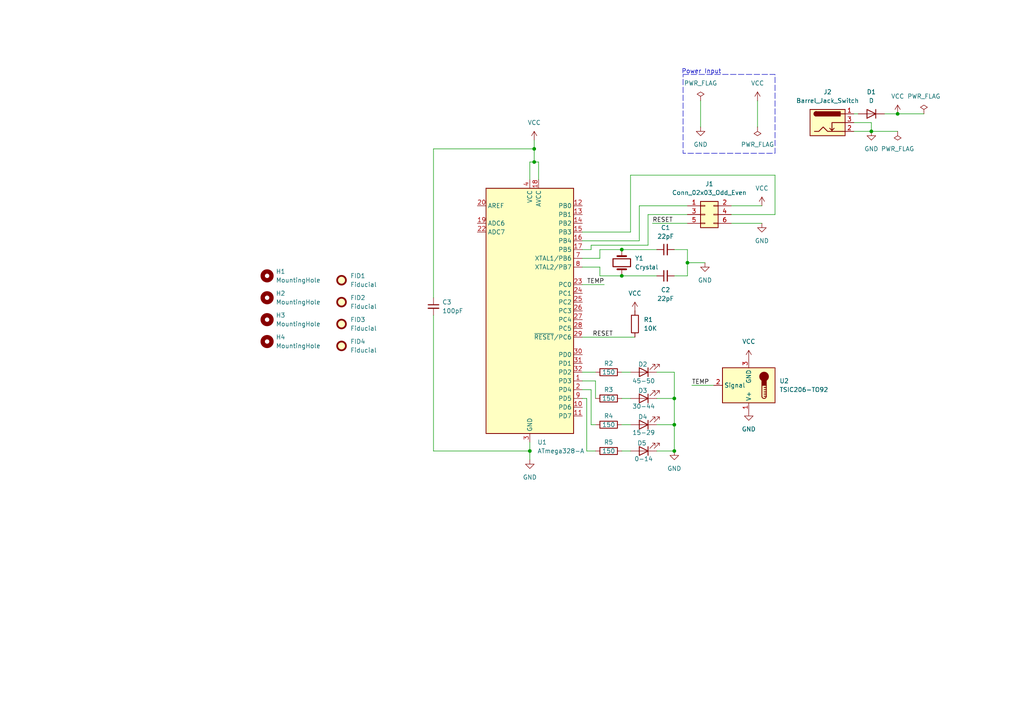
<source format=kicad_sch>
(kicad_sch
	(version 20231120)
	(generator "eeschema")
	(generator_version "8.0")
	(uuid "6511380e-7c2f-4244-95a0-2739bcfe52b9")
	(paper "A4")
	(lib_symbols
		(symbol "Connector:Barrel_Jack_Switch"
			(pin_names hide)
			(exclude_from_sim no)
			(in_bom yes)
			(on_board yes)
			(property "Reference" "J"
				(at 0 5.334 0)
				(effects
					(font
						(size 1.27 1.27)
					)
				)
			)
			(property "Value" "Barrel_Jack_Switch"
				(at 0 -5.08 0)
				(effects
					(font
						(size 1.27 1.27)
					)
				)
			)
			(property "Footprint" ""
				(at 1.27 -1.016 0)
				(effects
					(font
						(size 1.27 1.27)
					)
					(hide yes)
				)
			)
			(property "Datasheet" "~"
				(at 1.27 -1.016 0)
				(effects
					(font
						(size 1.27 1.27)
					)
					(hide yes)
				)
			)
			(property "Description" "DC Barrel Jack with an internal switch"
				(at 0 0 0)
				(effects
					(font
						(size 1.27 1.27)
					)
					(hide yes)
				)
			)
			(property "ki_keywords" "DC power barrel jack connector"
				(at 0 0 0)
				(effects
					(font
						(size 1.27 1.27)
					)
					(hide yes)
				)
			)
			(property "ki_fp_filters" "BarrelJack*"
				(at 0 0 0)
				(effects
					(font
						(size 1.27 1.27)
					)
					(hide yes)
				)
			)
			(symbol "Barrel_Jack_Switch_0_1"
				(rectangle
					(start -5.08 3.81)
					(end 5.08 -3.81)
					(stroke
						(width 0.254)
						(type default)
					)
					(fill
						(type background)
					)
				)
				(arc
					(start -3.302 3.175)
					(mid -3.9343 2.54)
					(end -3.302 1.905)
					(stroke
						(width 0.254)
						(type default)
					)
					(fill
						(type none)
					)
				)
				(arc
					(start -3.302 3.175)
					(mid -3.9343 2.54)
					(end -3.302 1.905)
					(stroke
						(width 0.254)
						(type default)
					)
					(fill
						(type outline)
					)
				)
				(polyline
					(pts
						(xy 1.27 -2.286) (xy 1.905 -1.651)
					)
					(stroke
						(width 0.254)
						(type default)
					)
					(fill
						(type none)
					)
				)
				(polyline
					(pts
						(xy 5.08 2.54) (xy 3.81 2.54)
					)
					(stroke
						(width 0.254)
						(type default)
					)
					(fill
						(type none)
					)
				)
				(polyline
					(pts
						(xy 5.08 0) (xy 1.27 0) (xy 1.27 -2.286) (xy 0.635 -1.651)
					)
					(stroke
						(width 0.254)
						(type default)
					)
					(fill
						(type none)
					)
				)
				(polyline
					(pts
						(xy -3.81 -2.54) (xy -2.54 -2.54) (xy -1.27 -1.27) (xy 0 -2.54) (xy 2.54 -2.54) (xy 5.08 -2.54)
					)
					(stroke
						(width 0.254)
						(type default)
					)
					(fill
						(type none)
					)
				)
				(rectangle
					(start 3.683 3.175)
					(end -3.302 1.905)
					(stroke
						(width 0.254)
						(type default)
					)
					(fill
						(type outline)
					)
				)
			)
			(symbol "Barrel_Jack_Switch_1_1"
				(pin passive line
					(at 7.62 2.54 180)
					(length 2.54)
					(name "~"
						(effects
							(font
								(size 1.27 1.27)
							)
						)
					)
					(number "1"
						(effects
							(font
								(size 1.27 1.27)
							)
						)
					)
				)
				(pin passive line
					(at 7.62 -2.54 180)
					(length 2.54)
					(name "~"
						(effects
							(font
								(size 1.27 1.27)
							)
						)
					)
					(number "2"
						(effects
							(font
								(size 1.27 1.27)
							)
						)
					)
				)
				(pin passive line
					(at 7.62 0 180)
					(length 2.54)
					(name "~"
						(effects
							(font
								(size 1.27 1.27)
							)
						)
					)
					(number "3"
						(effects
							(font
								(size 1.27 1.27)
							)
						)
					)
				)
			)
		)
		(symbol "Connector_Generic:Conn_02x03_Odd_Even"
			(pin_names
				(offset 1.016) hide)
			(exclude_from_sim no)
			(in_bom yes)
			(on_board yes)
			(property "Reference" "J"
				(at 1.27 5.08 0)
				(effects
					(font
						(size 1.27 1.27)
					)
				)
			)
			(property "Value" "Conn_02x03_Odd_Even"
				(at 1.27 -5.08 0)
				(effects
					(font
						(size 1.27 1.27)
					)
				)
			)
			(property "Footprint" ""
				(at 0 0 0)
				(effects
					(font
						(size 1.27 1.27)
					)
					(hide yes)
				)
			)
			(property "Datasheet" "~"
				(at 0 0 0)
				(effects
					(font
						(size 1.27 1.27)
					)
					(hide yes)
				)
			)
			(property "Description" "Generic connector, double row, 02x03, odd/even pin numbering scheme (row 1 odd numbers, row 2 even numbers), script generated (kicad-library-utils/schlib/autogen/connector/)"
				(at 0 0 0)
				(effects
					(font
						(size 1.27 1.27)
					)
					(hide yes)
				)
			)
			(property "ki_keywords" "connector"
				(at 0 0 0)
				(effects
					(font
						(size 1.27 1.27)
					)
					(hide yes)
				)
			)
			(property "ki_fp_filters" "Connector*:*_2x??_*"
				(at 0 0 0)
				(effects
					(font
						(size 1.27 1.27)
					)
					(hide yes)
				)
			)
			(symbol "Conn_02x03_Odd_Even_1_1"
				(rectangle
					(start -1.27 -2.413)
					(end 0 -2.667)
					(stroke
						(width 0.1524)
						(type default)
					)
					(fill
						(type none)
					)
				)
				(rectangle
					(start -1.27 0.127)
					(end 0 -0.127)
					(stroke
						(width 0.1524)
						(type default)
					)
					(fill
						(type none)
					)
				)
				(rectangle
					(start -1.27 2.667)
					(end 0 2.413)
					(stroke
						(width 0.1524)
						(type default)
					)
					(fill
						(type none)
					)
				)
				(rectangle
					(start -1.27 3.81)
					(end 3.81 -3.81)
					(stroke
						(width 0.254)
						(type default)
					)
					(fill
						(type background)
					)
				)
				(rectangle
					(start 3.81 -2.413)
					(end 2.54 -2.667)
					(stroke
						(width 0.1524)
						(type default)
					)
					(fill
						(type none)
					)
				)
				(rectangle
					(start 3.81 0.127)
					(end 2.54 -0.127)
					(stroke
						(width 0.1524)
						(type default)
					)
					(fill
						(type none)
					)
				)
				(rectangle
					(start 3.81 2.667)
					(end 2.54 2.413)
					(stroke
						(width 0.1524)
						(type default)
					)
					(fill
						(type none)
					)
				)
				(pin passive line
					(at -5.08 2.54 0)
					(length 3.81)
					(name "Pin_1"
						(effects
							(font
								(size 1.27 1.27)
							)
						)
					)
					(number "1"
						(effects
							(font
								(size 1.27 1.27)
							)
						)
					)
				)
				(pin passive line
					(at 7.62 2.54 180)
					(length 3.81)
					(name "Pin_2"
						(effects
							(font
								(size 1.27 1.27)
							)
						)
					)
					(number "2"
						(effects
							(font
								(size 1.27 1.27)
							)
						)
					)
				)
				(pin passive line
					(at -5.08 0 0)
					(length 3.81)
					(name "Pin_3"
						(effects
							(font
								(size 1.27 1.27)
							)
						)
					)
					(number "3"
						(effects
							(font
								(size 1.27 1.27)
							)
						)
					)
				)
				(pin passive line
					(at 7.62 0 180)
					(length 3.81)
					(name "Pin_4"
						(effects
							(font
								(size 1.27 1.27)
							)
						)
					)
					(number "4"
						(effects
							(font
								(size 1.27 1.27)
							)
						)
					)
				)
				(pin passive line
					(at -5.08 -2.54 0)
					(length 3.81)
					(name "Pin_5"
						(effects
							(font
								(size 1.27 1.27)
							)
						)
					)
					(number "5"
						(effects
							(font
								(size 1.27 1.27)
							)
						)
					)
				)
				(pin passive line
					(at 7.62 -2.54 180)
					(length 3.81)
					(name "Pin_6"
						(effects
							(font
								(size 1.27 1.27)
							)
						)
					)
					(number "6"
						(effects
							(font
								(size 1.27 1.27)
							)
						)
					)
				)
			)
		)
		(symbol "Device:C_Small"
			(pin_numbers hide)
			(pin_names
				(offset 0.254) hide)
			(exclude_from_sim no)
			(in_bom yes)
			(on_board yes)
			(property "Reference" "C"
				(at 0.254 1.778 0)
				(effects
					(font
						(size 1.27 1.27)
					)
					(justify left)
				)
			)
			(property "Value" "C_Small"
				(at 0.254 -2.032 0)
				(effects
					(font
						(size 1.27 1.27)
					)
					(justify left)
				)
			)
			(property "Footprint" ""
				(at 0 0 0)
				(effects
					(font
						(size 1.27 1.27)
					)
					(hide yes)
				)
			)
			(property "Datasheet" "~"
				(at 0 0 0)
				(effects
					(font
						(size 1.27 1.27)
					)
					(hide yes)
				)
			)
			(property "Description" "Unpolarized capacitor, small symbol"
				(at 0 0 0)
				(effects
					(font
						(size 1.27 1.27)
					)
					(hide yes)
				)
			)
			(property "ki_keywords" "capacitor cap"
				(at 0 0 0)
				(effects
					(font
						(size 1.27 1.27)
					)
					(hide yes)
				)
			)
			(property "ki_fp_filters" "C_*"
				(at 0 0 0)
				(effects
					(font
						(size 1.27 1.27)
					)
					(hide yes)
				)
			)
			(symbol "C_Small_0_1"
				(polyline
					(pts
						(xy -1.524 -0.508) (xy 1.524 -0.508)
					)
					(stroke
						(width 0.3302)
						(type default)
					)
					(fill
						(type none)
					)
				)
				(polyline
					(pts
						(xy -1.524 0.508) (xy 1.524 0.508)
					)
					(stroke
						(width 0.3048)
						(type default)
					)
					(fill
						(type none)
					)
				)
			)
			(symbol "C_Small_1_1"
				(pin passive line
					(at 0 2.54 270)
					(length 2.032)
					(name "~"
						(effects
							(font
								(size 1.27 1.27)
							)
						)
					)
					(number "1"
						(effects
							(font
								(size 1.27 1.27)
							)
						)
					)
				)
				(pin passive line
					(at 0 -2.54 90)
					(length 2.032)
					(name "~"
						(effects
							(font
								(size 1.27 1.27)
							)
						)
					)
					(number "2"
						(effects
							(font
								(size 1.27 1.27)
							)
						)
					)
				)
			)
		)
		(symbol "Device:Crystal"
			(pin_numbers hide)
			(pin_names
				(offset 1.016) hide)
			(exclude_from_sim no)
			(in_bom yes)
			(on_board yes)
			(property "Reference" "Y"
				(at 0 3.81 0)
				(effects
					(font
						(size 1.27 1.27)
					)
				)
			)
			(property "Value" "Crystal"
				(at 0 -3.81 0)
				(effects
					(font
						(size 1.27 1.27)
					)
				)
			)
			(property "Footprint" ""
				(at 0 0 0)
				(effects
					(font
						(size 1.27 1.27)
					)
					(hide yes)
				)
			)
			(property "Datasheet" "~"
				(at 0 0 0)
				(effects
					(font
						(size 1.27 1.27)
					)
					(hide yes)
				)
			)
			(property "Description" "Two pin crystal"
				(at 0 0 0)
				(effects
					(font
						(size 1.27 1.27)
					)
					(hide yes)
				)
			)
			(property "ki_keywords" "quartz ceramic resonator oscillator"
				(at 0 0 0)
				(effects
					(font
						(size 1.27 1.27)
					)
					(hide yes)
				)
			)
			(property "ki_fp_filters" "Crystal*"
				(at 0 0 0)
				(effects
					(font
						(size 1.27 1.27)
					)
					(hide yes)
				)
			)
			(symbol "Crystal_0_1"
				(rectangle
					(start -1.143 2.54)
					(end 1.143 -2.54)
					(stroke
						(width 0.3048)
						(type default)
					)
					(fill
						(type none)
					)
				)
				(polyline
					(pts
						(xy -2.54 0) (xy -1.905 0)
					)
					(stroke
						(width 0)
						(type default)
					)
					(fill
						(type none)
					)
				)
				(polyline
					(pts
						(xy -1.905 -1.27) (xy -1.905 1.27)
					)
					(stroke
						(width 0.508)
						(type default)
					)
					(fill
						(type none)
					)
				)
				(polyline
					(pts
						(xy 1.905 -1.27) (xy 1.905 1.27)
					)
					(stroke
						(width 0.508)
						(type default)
					)
					(fill
						(type none)
					)
				)
				(polyline
					(pts
						(xy 2.54 0) (xy 1.905 0)
					)
					(stroke
						(width 0)
						(type default)
					)
					(fill
						(type none)
					)
				)
			)
			(symbol "Crystal_1_1"
				(pin passive line
					(at -3.81 0 0)
					(length 1.27)
					(name "1"
						(effects
							(font
								(size 1.27 1.27)
							)
						)
					)
					(number "1"
						(effects
							(font
								(size 1.27 1.27)
							)
						)
					)
				)
				(pin passive line
					(at 3.81 0 180)
					(length 1.27)
					(name "2"
						(effects
							(font
								(size 1.27 1.27)
							)
						)
					)
					(number "2"
						(effects
							(font
								(size 1.27 1.27)
							)
						)
					)
				)
			)
		)
		(symbol "Device:D"
			(pin_numbers hide)
			(pin_names
				(offset 1.016) hide)
			(exclude_from_sim no)
			(in_bom yes)
			(on_board yes)
			(property "Reference" "D"
				(at 0 2.54 0)
				(effects
					(font
						(size 1.27 1.27)
					)
				)
			)
			(property "Value" "D"
				(at 0 -2.54 0)
				(effects
					(font
						(size 1.27 1.27)
					)
				)
			)
			(property "Footprint" ""
				(at 0 0 0)
				(effects
					(font
						(size 1.27 1.27)
					)
					(hide yes)
				)
			)
			(property "Datasheet" "~"
				(at 0 0 0)
				(effects
					(font
						(size 1.27 1.27)
					)
					(hide yes)
				)
			)
			(property "Description" "Diode"
				(at 0 0 0)
				(effects
					(font
						(size 1.27 1.27)
					)
					(hide yes)
				)
			)
			(property "Sim.Device" "D"
				(at 0 0 0)
				(effects
					(font
						(size 1.27 1.27)
					)
					(hide yes)
				)
			)
			(property "Sim.Pins" "1=K 2=A"
				(at 0 0 0)
				(effects
					(font
						(size 1.27 1.27)
					)
					(hide yes)
				)
			)
			(property "ki_keywords" "diode"
				(at 0 0 0)
				(effects
					(font
						(size 1.27 1.27)
					)
					(hide yes)
				)
			)
			(property "ki_fp_filters" "TO-???* *_Diode_* *SingleDiode* D_*"
				(at 0 0 0)
				(effects
					(font
						(size 1.27 1.27)
					)
					(hide yes)
				)
			)
			(symbol "D_0_1"
				(polyline
					(pts
						(xy -1.27 1.27) (xy -1.27 -1.27)
					)
					(stroke
						(width 0.254)
						(type default)
					)
					(fill
						(type none)
					)
				)
				(polyline
					(pts
						(xy 1.27 0) (xy -1.27 0)
					)
					(stroke
						(width 0)
						(type default)
					)
					(fill
						(type none)
					)
				)
				(polyline
					(pts
						(xy 1.27 1.27) (xy 1.27 -1.27) (xy -1.27 0) (xy 1.27 1.27)
					)
					(stroke
						(width 0.254)
						(type default)
					)
					(fill
						(type none)
					)
				)
			)
			(symbol "D_1_1"
				(pin passive line
					(at -3.81 0 0)
					(length 2.54)
					(name "K"
						(effects
							(font
								(size 1.27 1.27)
							)
						)
					)
					(number "1"
						(effects
							(font
								(size 1.27 1.27)
							)
						)
					)
				)
				(pin passive line
					(at 3.81 0 180)
					(length 2.54)
					(name "A"
						(effects
							(font
								(size 1.27 1.27)
							)
						)
					)
					(number "2"
						(effects
							(font
								(size 1.27 1.27)
							)
						)
					)
				)
			)
		)
		(symbol "Device:LED"
			(pin_numbers hide)
			(pin_names
				(offset 1.016) hide)
			(exclude_from_sim no)
			(in_bom yes)
			(on_board yes)
			(property "Reference" "D"
				(at 0 2.54 0)
				(effects
					(font
						(size 1.27 1.27)
					)
				)
			)
			(property "Value" "LED"
				(at 0 -2.54 0)
				(effects
					(font
						(size 1.27 1.27)
					)
				)
			)
			(property "Footprint" ""
				(at 0 0 0)
				(effects
					(font
						(size 1.27 1.27)
					)
					(hide yes)
				)
			)
			(property "Datasheet" "~"
				(at 0 0 0)
				(effects
					(font
						(size 1.27 1.27)
					)
					(hide yes)
				)
			)
			(property "Description" "Light emitting diode"
				(at 0 0 0)
				(effects
					(font
						(size 1.27 1.27)
					)
					(hide yes)
				)
			)
			(property "ki_keywords" "LED diode"
				(at 0 0 0)
				(effects
					(font
						(size 1.27 1.27)
					)
					(hide yes)
				)
			)
			(property "ki_fp_filters" "LED* LED_SMD:* LED_THT:*"
				(at 0 0 0)
				(effects
					(font
						(size 1.27 1.27)
					)
					(hide yes)
				)
			)
			(symbol "LED_0_1"
				(polyline
					(pts
						(xy -1.27 -1.27) (xy -1.27 1.27)
					)
					(stroke
						(width 0.254)
						(type default)
					)
					(fill
						(type none)
					)
				)
				(polyline
					(pts
						(xy -1.27 0) (xy 1.27 0)
					)
					(stroke
						(width 0)
						(type default)
					)
					(fill
						(type none)
					)
				)
				(polyline
					(pts
						(xy 1.27 -1.27) (xy 1.27 1.27) (xy -1.27 0) (xy 1.27 -1.27)
					)
					(stroke
						(width 0.254)
						(type default)
					)
					(fill
						(type none)
					)
				)
				(polyline
					(pts
						(xy -3.048 -0.762) (xy -4.572 -2.286) (xy -3.81 -2.286) (xy -4.572 -2.286) (xy -4.572 -1.524)
					)
					(stroke
						(width 0)
						(type default)
					)
					(fill
						(type none)
					)
				)
				(polyline
					(pts
						(xy -1.778 -0.762) (xy -3.302 -2.286) (xy -2.54 -2.286) (xy -3.302 -2.286) (xy -3.302 -1.524)
					)
					(stroke
						(width 0)
						(type default)
					)
					(fill
						(type none)
					)
				)
			)
			(symbol "LED_1_1"
				(pin passive line
					(at -3.81 0 0)
					(length 2.54)
					(name "K"
						(effects
							(font
								(size 1.27 1.27)
							)
						)
					)
					(number "1"
						(effects
							(font
								(size 1.27 1.27)
							)
						)
					)
				)
				(pin passive line
					(at 3.81 0 180)
					(length 2.54)
					(name "A"
						(effects
							(font
								(size 1.27 1.27)
							)
						)
					)
					(number "2"
						(effects
							(font
								(size 1.27 1.27)
							)
						)
					)
				)
			)
		)
		(symbol "Device:R"
			(pin_numbers hide)
			(pin_names
				(offset 0)
			)
			(exclude_from_sim no)
			(in_bom yes)
			(on_board yes)
			(property "Reference" "R"
				(at 2.032 0 90)
				(effects
					(font
						(size 1.27 1.27)
					)
				)
			)
			(property "Value" "R"
				(at 0 0 90)
				(effects
					(font
						(size 1.27 1.27)
					)
				)
			)
			(property "Footprint" ""
				(at -1.778 0 90)
				(effects
					(font
						(size 1.27 1.27)
					)
					(hide yes)
				)
			)
			(property "Datasheet" "~"
				(at 0 0 0)
				(effects
					(font
						(size 1.27 1.27)
					)
					(hide yes)
				)
			)
			(property "Description" "Resistor"
				(at 0 0 0)
				(effects
					(font
						(size 1.27 1.27)
					)
					(hide yes)
				)
			)
			(property "ki_keywords" "R res resistor"
				(at 0 0 0)
				(effects
					(font
						(size 1.27 1.27)
					)
					(hide yes)
				)
			)
			(property "ki_fp_filters" "R_*"
				(at 0 0 0)
				(effects
					(font
						(size 1.27 1.27)
					)
					(hide yes)
				)
			)
			(symbol "R_0_1"
				(rectangle
					(start -1.016 -2.54)
					(end 1.016 2.54)
					(stroke
						(width 0.254)
						(type default)
					)
					(fill
						(type none)
					)
				)
			)
			(symbol "R_1_1"
				(pin passive line
					(at 0 3.81 270)
					(length 1.27)
					(name "~"
						(effects
							(font
								(size 1.27 1.27)
							)
						)
					)
					(number "1"
						(effects
							(font
								(size 1.27 1.27)
							)
						)
					)
				)
				(pin passive line
					(at 0 -3.81 90)
					(length 1.27)
					(name "~"
						(effects
							(font
								(size 1.27 1.27)
							)
						)
					)
					(number "2"
						(effects
							(font
								(size 1.27 1.27)
							)
						)
					)
				)
			)
		)
		(symbol "MCU_Microchip_ATmega:ATmega328-A"
			(exclude_from_sim no)
			(in_bom yes)
			(on_board yes)
			(property "Reference" "U"
				(at -12.7 36.83 0)
				(effects
					(font
						(size 1.27 1.27)
					)
					(justify left bottom)
				)
			)
			(property "Value" "ATmega328-A"
				(at 2.54 -36.83 0)
				(effects
					(font
						(size 1.27 1.27)
					)
					(justify left top)
				)
			)
			(property "Footprint" "Package_QFP:TQFP-32_7x7mm_P0.8mm"
				(at 0 0 0)
				(effects
					(font
						(size 1.27 1.27)
						(italic yes)
					)
					(hide yes)
				)
			)
			(property "Datasheet" "http://ww1.microchip.com/downloads/en/DeviceDoc/ATmega328_P%20AVR%20MCU%20with%20picoPower%20Technology%20Data%20Sheet%2040001984A.pdf"
				(at 0 0 0)
				(effects
					(font
						(size 1.27 1.27)
					)
					(hide yes)
				)
			)
			(property "Description" "20MHz, 32kB Flash, 2kB SRAM, 1kB EEPROM, TQFP-32"
				(at 0 0 0)
				(effects
					(font
						(size 1.27 1.27)
					)
					(hide yes)
				)
			)
			(property "ki_keywords" "AVR 8bit Microcontroller MegaAVR"
				(at 0 0 0)
				(effects
					(font
						(size 1.27 1.27)
					)
					(hide yes)
				)
			)
			(property "ki_fp_filters" "TQFP*7x7mm*P0.8mm*"
				(at 0 0 0)
				(effects
					(font
						(size 1.27 1.27)
					)
					(hide yes)
				)
			)
			(symbol "ATmega328-A_0_1"
				(rectangle
					(start -12.7 -35.56)
					(end 12.7 35.56)
					(stroke
						(width 0.254)
						(type default)
					)
					(fill
						(type background)
					)
				)
			)
			(symbol "ATmega328-A_1_1"
				(pin bidirectional line
					(at 15.24 -20.32 180)
					(length 2.54)
					(name "PD3"
						(effects
							(font
								(size 1.27 1.27)
							)
						)
					)
					(number "1"
						(effects
							(font
								(size 1.27 1.27)
							)
						)
					)
				)
				(pin bidirectional line
					(at 15.24 -27.94 180)
					(length 2.54)
					(name "PD6"
						(effects
							(font
								(size 1.27 1.27)
							)
						)
					)
					(number "10"
						(effects
							(font
								(size 1.27 1.27)
							)
						)
					)
				)
				(pin bidirectional line
					(at 15.24 -30.48 180)
					(length 2.54)
					(name "PD7"
						(effects
							(font
								(size 1.27 1.27)
							)
						)
					)
					(number "11"
						(effects
							(font
								(size 1.27 1.27)
							)
						)
					)
				)
				(pin bidirectional line
					(at 15.24 30.48 180)
					(length 2.54)
					(name "PB0"
						(effects
							(font
								(size 1.27 1.27)
							)
						)
					)
					(number "12"
						(effects
							(font
								(size 1.27 1.27)
							)
						)
					)
				)
				(pin bidirectional line
					(at 15.24 27.94 180)
					(length 2.54)
					(name "PB1"
						(effects
							(font
								(size 1.27 1.27)
							)
						)
					)
					(number "13"
						(effects
							(font
								(size 1.27 1.27)
							)
						)
					)
				)
				(pin bidirectional line
					(at 15.24 25.4 180)
					(length 2.54)
					(name "PB2"
						(effects
							(font
								(size 1.27 1.27)
							)
						)
					)
					(number "14"
						(effects
							(font
								(size 1.27 1.27)
							)
						)
					)
				)
				(pin bidirectional line
					(at 15.24 22.86 180)
					(length 2.54)
					(name "PB3"
						(effects
							(font
								(size 1.27 1.27)
							)
						)
					)
					(number "15"
						(effects
							(font
								(size 1.27 1.27)
							)
						)
					)
				)
				(pin bidirectional line
					(at 15.24 20.32 180)
					(length 2.54)
					(name "PB4"
						(effects
							(font
								(size 1.27 1.27)
							)
						)
					)
					(number "16"
						(effects
							(font
								(size 1.27 1.27)
							)
						)
					)
				)
				(pin bidirectional line
					(at 15.24 17.78 180)
					(length 2.54)
					(name "PB5"
						(effects
							(font
								(size 1.27 1.27)
							)
						)
					)
					(number "17"
						(effects
							(font
								(size 1.27 1.27)
							)
						)
					)
				)
				(pin power_in line
					(at 2.54 38.1 270)
					(length 2.54)
					(name "AVCC"
						(effects
							(font
								(size 1.27 1.27)
							)
						)
					)
					(number "18"
						(effects
							(font
								(size 1.27 1.27)
							)
						)
					)
				)
				(pin input line
					(at -15.24 25.4 0)
					(length 2.54)
					(name "ADC6"
						(effects
							(font
								(size 1.27 1.27)
							)
						)
					)
					(number "19"
						(effects
							(font
								(size 1.27 1.27)
							)
						)
					)
				)
				(pin bidirectional line
					(at 15.24 -22.86 180)
					(length 2.54)
					(name "PD4"
						(effects
							(font
								(size 1.27 1.27)
							)
						)
					)
					(number "2"
						(effects
							(font
								(size 1.27 1.27)
							)
						)
					)
				)
				(pin passive line
					(at -15.24 30.48 0)
					(length 2.54)
					(name "AREF"
						(effects
							(font
								(size 1.27 1.27)
							)
						)
					)
					(number "20"
						(effects
							(font
								(size 1.27 1.27)
							)
						)
					)
				)
				(pin passive line
					(at 0 -38.1 90)
					(length 2.54) hide
					(name "GND"
						(effects
							(font
								(size 1.27 1.27)
							)
						)
					)
					(number "21"
						(effects
							(font
								(size 1.27 1.27)
							)
						)
					)
				)
				(pin input line
					(at -15.24 22.86 0)
					(length 2.54)
					(name "ADC7"
						(effects
							(font
								(size 1.27 1.27)
							)
						)
					)
					(number "22"
						(effects
							(font
								(size 1.27 1.27)
							)
						)
					)
				)
				(pin bidirectional line
					(at 15.24 7.62 180)
					(length 2.54)
					(name "PC0"
						(effects
							(font
								(size 1.27 1.27)
							)
						)
					)
					(number "23"
						(effects
							(font
								(size 1.27 1.27)
							)
						)
					)
				)
				(pin bidirectional line
					(at 15.24 5.08 180)
					(length 2.54)
					(name "PC1"
						(effects
							(font
								(size 1.27 1.27)
							)
						)
					)
					(number "24"
						(effects
							(font
								(size 1.27 1.27)
							)
						)
					)
				)
				(pin bidirectional line
					(at 15.24 2.54 180)
					(length 2.54)
					(name "PC2"
						(effects
							(font
								(size 1.27 1.27)
							)
						)
					)
					(number "25"
						(effects
							(font
								(size 1.27 1.27)
							)
						)
					)
				)
				(pin bidirectional line
					(at 15.24 0 180)
					(length 2.54)
					(name "PC3"
						(effects
							(font
								(size 1.27 1.27)
							)
						)
					)
					(number "26"
						(effects
							(font
								(size 1.27 1.27)
							)
						)
					)
				)
				(pin bidirectional line
					(at 15.24 -2.54 180)
					(length 2.54)
					(name "PC4"
						(effects
							(font
								(size 1.27 1.27)
							)
						)
					)
					(number "27"
						(effects
							(font
								(size 1.27 1.27)
							)
						)
					)
				)
				(pin bidirectional line
					(at 15.24 -5.08 180)
					(length 2.54)
					(name "PC5"
						(effects
							(font
								(size 1.27 1.27)
							)
						)
					)
					(number "28"
						(effects
							(font
								(size 1.27 1.27)
							)
						)
					)
				)
				(pin bidirectional line
					(at 15.24 -7.62 180)
					(length 2.54)
					(name "~{RESET}/PC6"
						(effects
							(font
								(size 1.27 1.27)
							)
						)
					)
					(number "29"
						(effects
							(font
								(size 1.27 1.27)
							)
						)
					)
				)
				(pin power_in line
					(at 0 -38.1 90)
					(length 2.54)
					(name "GND"
						(effects
							(font
								(size 1.27 1.27)
							)
						)
					)
					(number "3"
						(effects
							(font
								(size 1.27 1.27)
							)
						)
					)
				)
				(pin bidirectional line
					(at 15.24 -12.7 180)
					(length 2.54)
					(name "PD0"
						(effects
							(font
								(size 1.27 1.27)
							)
						)
					)
					(number "30"
						(effects
							(font
								(size 1.27 1.27)
							)
						)
					)
				)
				(pin bidirectional line
					(at 15.24 -15.24 180)
					(length 2.54)
					(name "PD1"
						(effects
							(font
								(size 1.27 1.27)
							)
						)
					)
					(number "31"
						(effects
							(font
								(size 1.27 1.27)
							)
						)
					)
				)
				(pin bidirectional line
					(at 15.24 -17.78 180)
					(length 2.54)
					(name "PD2"
						(effects
							(font
								(size 1.27 1.27)
							)
						)
					)
					(number "32"
						(effects
							(font
								(size 1.27 1.27)
							)
						)
					)
				)
				(pin power_in line
					(at 0 38.1 270)
					(length 2.54)
					(name "VCC"
						(effects
							(font
								(size 1.27 1.27)
							)
						)
					)
					(number "4"
						(effects
							(font
								(size 1.27 1.27)
							)
						)
					)
				)
				(pin passive line
					(at 0 -38.1 90)
					(length 2.54) hide
					(name "GND"
						(effects
							(font
								(size 1.27 1.27)
							)
						)
					)
					(number "5"
						(effects
							(font
								(size 1.27 1.27)
							)
						)
					)
				)
				(pin passive line
					(at 0 38.1 270)
					(length 2.54) hide
					(name "VCC"
						(effects
							(font
								(size 1.27 1.27)
							)
						)
					)
					(number "6"
						(effects
							(font
								(size 1.27 1.27)
							)
						)
					)
				)
				(pin bidirectional line
					(at 15.24 15.24 180)
					(length 2.54)
					(name "XTAL1/PB6"
						(effects
							(font
								(size 1.27 1.27)
							)
						)
					)
					(number "7"
						(effects
							(font
								(size 1.27 1.27)
							)
						)
					)
				)
				(pin bidirectional line
					(at 15.24 12.7 180)
					(length 2.54)
					(name "XTAL2/PB7"
						(effects
							(font
								(size 1.27 1.27)
							)
						)
					)
					(number "8"
						(effects
							(font
								(size 1.27 1.27)
							)
						)
					)
				)
				(pin bidirectional line
					(at 15.24 -25.4 180)
					(length 2.54)
					(name "PD5"
						(effects
							(font
								(size 1.27 1.27)
							)
						)
					)
					(number "9"
						(effects
							(font
								(size 1.27 1.27)
							)
						)
					)
				)
			)
		)
		(symbol "Mechanical:Fiducial"
			(exclude_from_sim yes)
			(in_bom no)
			(on_board yes)
			(property "Reference" "FID"
				(at 0 5.08 0)
				(effects
					(font
						(size 1.27 1.27)
					)
				)
			)
			(property "Value" "Fiducial"
				(at 0 3.175 0)
				(effects
					(font
						(size 1.27 1.27)
					)
				)
			)
			(property "Footprint" ""
				(at 0 0 0)
				(effects
					(font
						(size 1.27 1.27)
					)
					(hide yes)
				)
			)
			(property "Datasheet" "~"
				(at 0 0 0)
				(effects
					(font
						(size 1.27 1.27)
					)
					(hide yes)
				)
			)
			(property "Description" "Fiducial Marker"
				(at 0 0 0)
				(effects
					(font
						(size 1.27 1.27)
					)
					(hide yes)
				)
			)
			(property "ki_keywords" "fiducial marker"
				(at 0 0 0)
				(effects
					(font
						(size 1.27 1.27)
					)
					(hide yes)
				)
			)
			(property "ki_fp_filters" "Fiducial*"
				(at 0 0 0)
				(effects
					(font
						(size 1.27 1.27)
					)
					(hide yes)
				)
			)
			(symbol "Fiducial_0_1"
				(circle
					(center 0 0)
					(radius 1.27)
					(stroke
						(width 0.508)
						(type default)
					)
					(fill
						(type background)
					)
				)
			)
		)
		(symbol "Mechanical:MountingHole"
			(pin_names
				(offset 1.016)
			)
			(exclude_from_sim yes)
			(in_bom no)
			(on_board yes)
			(property "Reference" "H"
				(at 0 5.08 0)
				(effects
					(font
						(size 1.27 1.27)
					)
				)
			)
			(property "Value" "MountingHole"
				(at 0 3.175 0)
				(effects
					(font
						(size 1.27 1.27)
					)
				)
			)
			(property "Footprint" ""
				(at 0 0 0)
				(effects
					(font
						(size 1.27 1.27)
					)
					(hide yes)
				)
			)
			(property "Datasheet" "~"
				(at 0 0 0)
				(effects
					(font
						(size 1.27 1.27)
					)
					(hide yes)
				)
			)
			(property "Description" "Mounting Hole without connection"
				(at 0 0 0)
				(effects
					(font
						(size 1.27 1.27)
					)
					(hide yes)
				)
			)
			(property "ki_keywords" "mounting hole"
				(at 0 0 0)
				(effects
					(font
						(size 1.27 1.27)
					)
					(hide yes)
				)
			)
			(property "ki_fp_filters" "MountingHole*"
				(at 0 0 0)
				(effects
					(font
						(size 1.27 1.27)
					)
					(hide yes)
				)
			)
			(symbol "MountingHole_0_1"
				(circle
					(center 0 0)
					(radius 1.27)
					(stroke
						(width 1.27)
						(type default)
					)
					(fill
						(type none)
					)
				)
			)
		)
		(symbol "Sensor_Temperature:TSIC206-TO92"
			(exclude_from_sim no)
			(in_bom yes)
			(on_board yes)
			(property "Reference" "U"
				(at -6.35 6.35 0)
				(effects
					(font
						(size 1.27 1.27)
					)
				)
			)
			(property "Value" "TSIC206-TO92"
				(at 1.27 6.35 0)
				(effects
					(font
						(size 1.27 1.27)
					)
					(justify left)
				)
			)
			(property "Footprint" "Package_TO_SOT_THT:TO-92_Inline"
				(at -8.89 3.81 0)
				(effects
					(font
						(size 1.27 1.27)
					)
					(justify left)
					(hide yes)
				)
			)
			(property "Datasheet" "https://shop.bb-sensors.com/out/media/Datasheet_Digital_Semiconductor_temperatur_sensor_TSIC.pdf"
				(at 0 0 0)
				(effects
					(font
						(size 1.27 1.27)
					)
					(hide yes)
				)
			)
			(property "Description" "Digital temperature sensor, range -50 ... +150 °C, 0.5 K accuracy, TO-92"
				(at 0 0 0)
				(effects
					(font
						(size 1.27 1.27)
					)
					(hide yes)
				)
			)
			(property "ki_keywords" "temperature digital"
				(at 0 0 0)
				(effects
					(font
						(size 1.27 1.27)
					)
					(hide yes)
				)
			)
			(property "ki_fp_filters" "TO?92*"
				(at 0 0 0)
				(effects
					(font
						(size 1.27 1.27)
					)
					(hide yes)
				)
			)
			(symbol "TSIC206-TO92_0_1"
				(rectangle
					(start -7.62 5.08)
					(end 7.62 -5.08)
					(stroke
						(width 0.254)
						(type default)
					)
					(fill
						(type background)
					)
				)
				(circle
					(center -4.445 -2.54)
					(radius 1.27)
					(stroke
						(width 0.254)
						(type default)
					)
					(fill
						(type outline)
					)
				)
				(rectangle
					(start -3.81 -1.905)
					(end -5.08 0)
					(stroke
						(width 0.254)
						(type default)
					)
					(fill
						(type outline)
					)
				)
				(arc
					(start -3.81 3.175)
					(mid -4.445 3.8073)
					(end -5.08 3.175)
					(stroke
						(width 0.254)
						(type default)
					)
					(fill
						(type none)
					)
				)
				(polyline
					(pts
						(xy -5.08 0.635) (xy -4.445 0.635)
					)
					(stroke
						(width 0.254)
						(type default)
					)
					(fill
						(type none)
					)
				)
				(polyline
					(pts
						(xy -5.08 1.27) (xy -4.445 1.27)
					)
					(stroke
						(width 0.254)
						(type default)
					)
					(fill
						(type none)
					)
				)
				(polyline
					(pts
						(xy -5.08 1.905) (xy -4.445 1.905)
					)
					(stroke
						(width 0.254)
						(type default)
					)
					(fill
						(type none)
					)
				)
				(polyline
					(pts
						(xy -5.08 2.54) (xy -4.445 2.54)
					)
					(stroke
						(width 0.254)
						(type default)
					)
					(fill
						(type none)
					)
				)
				(polyline
					(pts
						(xy -5.08 3.175) (xy -5.08 0)
					)
					(stroke
						(width 0.254)
						(type default)
					)
					(fill
						(type none)
					)
				)
				(polyline
					(pts
						(xy -5.08 3.175) (xy -4.445 3.175)
					)
					(stroke
						(width 0.254)
						(type default)
					)
					(fill
						(type none)
					)
				)
				(polyline
					(pts
						(xy -3.81 3.175) (xy -3.81 0)
					)
					(stroke
						(width 0.254)
						(type default)
					)
					(fill
						(type none)
					)
				)
			)
			(symbol "TSIC206-TO92_1_1"
				(pin power_in line
					(at 0 7.62 270)
					(length 2.54)
					(name "V+"
						(effects
							(font
								(size 1.27 1.27)
							)
						)
					)
					(number "1"
						(effects
							(font
								(size 1.27 1.27)
							)
						)
					)
				)
				(pin output line
					(at 10.16 0 180)
					(length 2.54)
					(name "Signal"
						(effects
							(font
								(size 1.27 1.27)
							)
						)
					)
					(number "2"
						(effects
							(font
								(size 1.27 1.27)
							)
						)
					)
				)
				(pin power_in line
					(at 0 -7.62 90)
					(length 2.54)
					(name "GND"
						(effects
							(font
								(size 1.27 1.27)
							)
						)
					)
					(number "3"
						(effects
							(font
								(size 1.27 1.27)
							)
						)
					)
				)
			)
		)
		(symbol "power:GND"
			(power)
			(pin_numbers hide)
			(pin_names
				(offset 0) hide)
			(exclude_from_sim no)
			(in_bom yes)
			(on_board yes)
			(property "Reference" "#PWR"
				(at 0 -6.35 0)
				(effects
					(font
						(size 1.27 1.27)
					)
					(hide yes)
				)
			)
			(property "Value" "GND"
				(at 0 -3.81 0)
				(effects
					(font
						(size 1.27 1.27)
					)
				)
			)
			(property "Footprint" ""
				(at 0 0 0)
				(effects
					(font
						(size 1.27 1.27)
					)
					(hide yes)
				)
			)
			(property "Datasheet" ""
				(at 0 0 0)
				(effects
					(font
						(size 1.27 1.27)
					)
					(hide yes)
				)
			)
			(property "Description" "Power symbol creates a global label with name \"GND\" , ground"
				(at 0 0 0)
				(effects
					(font
						(size 1.27 1.27)
					)
					(hide yes)
				)
			)
			(property "ki_keywords" "global power"
				(at 0 0 0)
				(effects
					(font
						(size 1.27 1.27)
					)
					(hide yes)
				)
			)
			(symbol "GND_0_1"
				(polyline
					(pts
						(xy 0 0) (xy 0 -1.27) (xy 1.27 -1.27) (xy 0 -2.54) (xy -1.27 -1.27) (xy 0 -1.27)
					)
					(stroke
						(width 0)
						(type default)
					)
					(fill
						(type none)
					)
				)
			)
			(symbol "GND_1_1"
				(pin power_in line
					(at 0 0 270)
					(length 0)
					(name "~"
						(effects
							(font
								(size 1.27 1.27)
							)
						)
					)
					(number "1"
						(effects
							(font
								(size 1.27 1.27)
							)
						)
					)
				)
			)
		)
		(symbol "power:PWR_FLAG"
			(power)
			(pin_numbers hide)
			(pin_names
				(offset 0) hide)
			(exclude_from_sim no)
			(in_bom yes)
			(on_board yes)
			(property "Reference" "#FLG"
				(at 0 1.905 0)
				(effects
					(font
						(size 1.27 1.27)
					)
					(hide yes)
				)
			)
			(property "Value" "PWR_FLAG"
				(at 0 3.81 0)
				(effects
					(font
						(size 1.27 1.27)
					)
				)
			)
			(property "Footprint" ""
				(at 0 0 0)
				(effects
					(font
						(size 1.27 1.27)
					)
					(hide yes)
				)
			)
			(property "Datasheet" "~"
				(at 0 0 0)
				(effects
					(font
						(size 1.27 1.27)
					)
					(hide yes)
				)
			)
			(property "Description" "Special symbol for telling ERC where power comes from"
				(at 0 0 0)
				(effects
					(font
						(size 1.27 1.27)
					)
					(hide yes)
				)
			)
			(property "ki_keywords" "flag power"
				(at 0 0 0)
				(effects
					(font
						(size 1.27 1.27)
					)
					(hide yes)
				)
			)
			(symbol "PWR_FLAG_0_0"
				(pin power_out line
					(at 0 0 90)
					(length 0)
					(name "~"
						(effects
							(font
								(size 1.27 1.27)
							)
						)
					)
					(number "1"
						(effects
							(font
								(size 1.27 1.27)
							)
						)
					)
				)
			)
			(symbol "PWR_FLAG_0_1"
				(polyline
					(pts
						(xy 0 0) (xy 0 1.27) (xy -1.016 1.905) (xy 0 2.54) (xy 1.016 1.905) (xy 0 1.27)
					)
					(stroke
						(width 0)
						(type default)
					)
					(fill
						(type none)
					)
				)
			)
		)
		(symbol "power:VCC"
			(power)
			(pin_numbers hide)
			(pin_names
				(offset 0) hide)
			(exclude_from_sim no)
			(in_bom yes)
			(on_board yes)
			(property "Reference" "#PWR"
				(at 0 -3.81 0)
				(effects
					(font
						(size 1.27 1.27)
					)
					(hide yes)
				)
			)
			(property "Value" "VCC"
				(at 0 3.556 0)
				(effects
					(font
						(size 1.27 1.27)
					)
				)
			)
			(property "Footprint" ""
				(at 0 0 0)
				(effects
					(font
						(size 1.27 1.27)
					)
					(hide yes)
				)
			)
			(property "Datasheet" ""
				(at 0 0 0)
				(effects
					(font
						(size 1.27 1.27)
					)
					(hide yes)
				)
			)
			(property "Description" "Power symbol creates a global label with name \"VCC\""
				(at 0 0 0)
				(effects
					(font
						(size 1.27 1.27)
					)
					(hide yes)
				)
			)
			(property "ki_keywords" "global power"
				(at 0 0 0)
				(effects
					(font
						(size 1.27 1.27)
					)
					(hide yes)
				)
			)
			(symbol "VCC_0_1"
				(polyline
					(pts
						(xy -0.762 1.27) (xy 0 2.54)
					)
					(stroke
						(width 0)
						(type default)
					)
					(fill
						(type none)
					)
				)
				(polyline
					(pts
						(xy 0 0) (xy 0 2.54)
					)
					(stroke
						(width 0)
						(type default)
					)
					(fill
						(type none)
					)
				)
				(polyline
					(pts
						(xy 0 2.54) (xy 0.762 1.27)
					)
					(stroke
						(width 0)
						(type default)
					)
					(fill
						(type none)
					)
				)
			)
			(symbol "VCC_1_1"
				(pin power_in line
					(at 0 0 90)
					(length 0)
					(name "~"
						(effects
							(font
								(size 1.27 1.27)
							)
						)
					)
					(number "1"
						(effects
							(font
								(size 1.27 1.27)
							)
						)
					)
				)
			)
		)
	)
	(junction
		(at 180.34 80.01)
		(diameter 0)
		(color 0 0 0 0)
		(uuid "2a58446c-bccf-4ce3-beb9-fcccda73d1a8")
	)
	(junction
		(at 195.58 130.81)
		(diameter 0)
		(color 0 0 0 0)
		(uuid "4653efd8-a0d8-4672-8648-e8cf4e17961d")
	)
	(junction
		(at 153.67 130.81)
		(diameter 0)
		(color 0 0 0 0)
		(uuid "749c5974-d201-46cb-a12f-9174b7caa4bc")
	)
	(junction
		(at 195.58 123.19)
		(diameter 0)
		(color 0 0 0 0)
		(uuid "80de9cbb-673a-426d-8d64-bba1203b0724")
	)
	(junction
		(at 180.34 72.39)
		(diameter 0)
		(color 0 0 0 0)
		(uuid "953c3d8b-836f-4f49-b14a-0831e0e02a5d")
	)
	(junction
		(at 154.94 43.18)
		(diameter 0)
		(color 0 0 0 0)
		(uuid "9fd9b34b-7800-4422-9998-78abafcf5093")
	)
	(junction
		(at 260.35 33.02)
		(diameter 0)
		(color 0 0 0 0)
		(uuid "cd0df312-4d02-4571-ab81-a775113f0612")
	)
	(junction
		(at 154.94 46.99)
		(diameter 0)
		(color 0 0 0 0)
		(uuid "ce070cc3-eeaf-4b06-a6d2-cd9416e26cb7")
	)
	(junction
		(at 199.39 76.2)
		(diameter 0)
		(color 0 0 0 0)
		(uuid "d6e35d34-86f9-4c24-b163-eeb2c6f8e14d")
	)
	(junction
		(at 195.58 115.57)
		(diameter 0)
		(color 0 0 0 0)
		(uuid "e0587092-c2db-41df-80e2-c9c6010e1eb1")
	)
	(junction
		(at 252.73 38.1)
		(diameter 0)
		(color 0 0 0 0)
		(uuid "f33cb273-f119-42ab-b491-afbd013447eb")
	)
	(wire
		(pts
			(xy 168.91 110.49) (xy 172.72 110.49)
		)
		(stroke
			(width 0)
			(type default)
		)
		(uuid "03eca42c-d981-443b-b3ca-5b02e72dfb37")
	)
	(wire
		(pts
			(xy 168.91 115.57) (xy 170.18 115.57)
		)
		(stroke
			(width 0)
			(type default)
		)
		(uuid "04608c6f-5f7c-4993-a0dd-b76dbcb15e71")
	)
	(wire
		(pts
			(xy 173.99 80.01) (xy 180.34 80.01)
		)
		(stroke
			(width 0)
			(type default)
		)
		(uuid "06ad2e8c-ffeb-44b9-aa8a-168c600449b8")
	)
	(wire
		(pts
			(xy 190.5 123.19) (xy 195.58 123.19)
		)
		(stroke
			(width 0)
			(type default)
		)
		(uuid "0f28bc82-351f-4270-9e62-3cb73540ea1d")
	)
	(wire
		(pts
			(xy 189.23 64.77) (xy 199.39 64.77)
		)
		(stroke
			(width 0)
			(type default)
		)
		(uuid "13585791-d199-4053-99d5-409d3a3510eb")
	)
	(wire
		(pts
			(xy 187.96 71.12) (xy 187.96 62.23)
		)
		(stroke
			(width 0)
			(type default)
		)
		(uuid "164e7d78-595c-493f-9998-8d32ae74be67")
	)
	(wire
		(pts
			(xy 247.65 35.56) (xy 252.73 35.56)
		)
		(stroke
			(width 0)
			(type default)
		)
		(uuid "1656f114-b168-494f-a20e-97d47a6944ee")
	)
	(wire
		(pts
			(xy 168.91 77.47) (xy 173.99 77.47)
		)
		(stroke
			(width 0)
			(type default)
		)
		(uuid "185a8fe7-4024-4db5-b231-390f61260523")
	)
	(wire
		(pts
			(xy 187.96 62.23) (xy 199.39 62.23)
		)
		(stroke
			(width 0)
			(type default)
		)
		(uuid "19420c0b-8cdf-4ecc-801f-4ebdc5d79b80")
	)
	(wire
		(pts
			(xy 195.58 80.01) (xy 199.39 80.01)
		)
		(stroke
			(width 0)
			(type default)
		)
		(uuid "1da71777-ae57-42de-b932-0c01383246cf")
	)
	(wire
		(pts
			(xy 195.58 115.57) (xy 195.58 123.19)
		)
		(stroke
			(width 0)
			(type default)
		)
		(uuid "1e8f2905-f299-4536-bab6-a3882dd4f960")
	)
	(wire
		(pts
			(xy 185.42 69.85) (xy 185.42 59.69)
		)
		(stroke
			(width 0)
			(type default)
		)
		(uuid "21a38e59-7f5a-4aff-a4c3-4c9eee56eb72")
	)
	(wire
		(pts
			(xy 180.34 107.95) (xy 182.88 107.95)
		)
		(stroke
			(width 0)
			(type default)
		)
		(uuid "21e34620-a8e1-4318-a2da-51137f00ab66")
	)
	(wire
		(pts
			(xy 195.58 107.95) (xy 195.58 115.57)
		)
		(stroke
			(width 0)
			(type default)
		)
		(uuid "2262c155-3774-43ed-a15a-6c91ff6559f1")
	)
	(wire
		(pts
			(xy 153.67 130.81) (xy 153.67 133.35)
		)
		(stroke
			(width 0)
			(type default)
		)
		(uuid "24a64e7d-51ab-45e3-ba8c-372f7ada4b1c")
	)
	(wire
		(pts
			(xy 173.99 77.47) (xy 173.99 80.01)
		)
		(stroke
			(width 0)
			(type default)
		)
		(uuid "250f71ac-a3a3-47d3-8512-55fe71d1e348")
	)
	(wire
		(pts
			(xy 256.54 33.02) (xy 260.35 33.02)
		)
		(stroke
			(width 0)
			(type default)
		)
		(uuid "2a2ac84a-36bb-424e-9ea0-e0573b96db7c")
	)
	(wire
		(pts
			(xy 153.67 46.99) (xy 154.94 46.99)
		)
		(stroke
			(width 0)
			(type default)
		)
		(uuid "3379a02e-732d-4c50-82a0-dd9e65a18c62")
	)
	(wire
		(pts
			(xy 252.73 35.56) (xy 252.73 38.1)
		)
		(stroke
			(width 0)
			(type default)
		)
		(uuid "3a1351b9-beaa-4952-8adc-cf1cb8ec78f6")
	)
	(wire
		(pts
			(xy 200.66 111.76) (xy 207.01 111.76)
		)
		(stroke
			(width 0)
			(type default)
		)
		(uuid "419e93ce-ecfe-4099-b9e9-22912a2dedd1")
	)
	(wire
		(pts
			(xy 170.18 115.57) (xy 170.18 130.81)
		)
		(stroke
			(width 0)
			(type default)
		)
		(uuid "47fc5b42-2cdb-460b-bbfe-bd6dddf0f233")
	)
	(wire
		(pts
			(xy 190.5 115.57) (xy 195.58 115.57)
		)
		(stroke
			(width 0)
			(type default)
		)
		(uuid "4fb4ac87-303e-415a-a4af-c04475d3f584")
	)
	(wire
		(pts
			(xy 180.34 72.39) (xy 190.5 72.39)
		)
		(stroke
			(width 0)
			(type default)
		)
		(uuid "4fc22cae-eb6e-4f16-89a3-65255248d72a")
	)
	(wire
		(pts
			(xy 219.71 29.21) (xy 219.71 36.83)
		)
		(stroke
			(width 0)
			(type default)
		)
		(uuid "5dd9763d-b19b-445b-a9f1-3732ee74ef36")
	)
	(wire
		(pts
			(xy 168.91 72.39) (xy 171.45 72.39)
		)
		(stroke
			(width 0)
			(type default)
		)
		(uuid "615216d1-16d9-4dfd-b76a-6e0bd14b166c")
	)
	(wire
		(pts
			(xy 190.5 107.95) (xy 195.58 107.95)
		)
		(stroke
			(width 0)
			(type default)
		)
		(uuid "6257ff1c-d66a-4bb2-a263-75dff75e413a")
	)
	(wire
		(pts
			(xy 252.73 38.1) (xy 260.35 38.1)
		)
		(stroke
			(width 0)
			(type default)
		)
		(uuid "62f5e292-a2f8-4bf4-9874-05e4a0706ec4")
	)
	(wire
		(pts
			(xy 172.72 110.49) (xy 172.72 115.57)
		)
		(stroke
			(width 0)
			(type default)
		)
		(uuid "633dc0d4-276d-4733-8796-f013c728ed6f")
	)
	(wire
		(pts
			(xy 182.88 50.8) (xy 224.79 50.8)
		)
		(stroke
			(width 0)
			(type default)
		)
		(uuid "640a340e-03e5-4840-acbd-c9a7a16fa31d")
	)
	(wire
		(pts
			(xy 153.67 128.27) (xy 153.67 130.81)
		)
		(stroke
			(width 0)
			(type default)
		)
		(uuid "75438af3-f51f-4775-b595-14d8ac3e39da")
	)
	(wire
		(pts
			(xy 171.45 71.12) (xy 187.96 71.12)
		)
		(stroke
			(width 0)
			(type default)
		)
		(uuid "789defd0-bee2-4f14-846e-e3cac7aed6ad")
	)
	(wire
		(pts
			(xy 195.58 123.19) (xy 195.58 130.81)
		)
		(stroke
			(width 0)
			(type default)
		)
		(uuid "7afa5e7c-8cdb-428b-a549-c77742d17584")
	)
	(wire
		(pts
			(xy 173.99 74.93) (xy 173.99 72.39)
		)
		(stroke
			(width 0)
			(type default)
		)
		(uuid "7e212afa-6e4a-45b5-89f7-ce6bd37b14d4")
	)
	(wire
		(pts
			(xy 199.39 72.39) (xy 195.58 72.39)
		)
		(stroke
			(width 0)
			(type default)
		)
		(uuid "84de9504-0e38-488f-a54b-51afed13237e")
	)
	(wire
		(pts
			(xy 212.09 59.69) (xy 220.98 59.69)
		)
		(stroke
			(width 0)
			(type default)
		)
		(uuid "8883e2fc-a12b-4ca1-8471-01df3ab56bfb")
	)
	(wire
		(pts
			(xy 224.79 50.8) (xy 224.79 62.23)
		)
		(stroke
			(width 0)
			(type default)
		)
		(uuid "8b65d005-3bd3-47a6-bca6-f8cd8b2c753f")
	)
	(wire
		(pts
			(xy 125.73 86.36) (xy 125.73 43.18)
		)
		(stroke
			(width 0)
			(type default)
		)
		(uuid "8d0c21cd-dbb2-423f-ab7b-c9b7ef154a50")
	)
	(wire
		(pts
			(xy 125.73 43.18) (xy 154.94 43.18)
		)
		(stroke
			(width 0)
			(type default)
		)
		(uuid "8d15ec40-56c9-4086-9602-7f0cc5a702af")
	)
	(wire
		(pts
			(xy 212.09 64.77) (xy 220.98 64.77)
		)
		(stroke
			(width 0)
			(type default)
		)
		(uuid "8e0ec9ec-9d74-4a92-97bc-76853338a2c0")
	)
	(wire
		(pts
			(xy 168.91 82.55) (xy 175.26 82.55)
		)
		(stroke
			(width 0)
			(type default)
		)
		(uuid "8ea2af02-f415-4ae1-8439-32d89e263800")
	)
	(wire
		(pts
			(xy 170.18 130.81) (xy 172.72 130.81)
		)
		(stroke
			(width 0)
			(type default)
		)
		(uuid "9060c065-9a69-40f6-9275-9dc95a4afe95")
	)
	(wire
		(pts
			(xy 190.5 130.81) (xy 195.58 130.81)
		)
		(stroke
			(width 0)
			(type default)
		)
		(uuid "90f3a3ba-0f73-4b89-982d-3a4b4c808e6d")
	)
	(wire
		(pts
			(xy 182.88 67.31) (xy 182.88 50.8)
		)
		(stroke
			(width 0)
			(type default)
		)
		(uuid "97043f88-372f-4f91-9b0d-f55285ea3cb6")
	)
	(wire
		(pts
			(xy 154.94 43.18) (xy 154.94 46.99)
		)
		(stroke
			(width 0)
			(type default)
		)
		(uuid "9c811ce6-8982-4030-aaad-d8d9dfcab197")
	)
	(wire
		(pts
			(xy 247.65 33.02) (xy 248.92 33.02)
		)
		(stroke
			(width 0)
			(type default)
		)
		(uuid "9d1cef26-294c-4602-bdcf-efed02e47a90")
	)
	(wire
		(pts
			(xy 154.94 46.99) (xy 156.21 46.99)
		)
		(stroke
			(width 0)
			(type default)
		)
		(uuid "9ebb0f14-191e-4c19-a456-0a73e22c5592")
	)
	(wire
		(pts
			(xy 156.21 46.99) (xy 156.21 52.07)
		)
		(stroke
			(width 0)
			(type default)
		)
		(uuid "a5d2dc57-64bb-4d75-9e33-874354e0d58b")
	)
	(wire
		(pts
			(xy 260.35 33.02) (xy 267.97 33.02)
		)
		(stroke
			(width 0)
			(type default)
		)
		(uuid "a63ee96c-0a61-4c06-b5aa-84bc5ddb7e43")
	)
	(wire
		(pts
			(xy 168.91 107.95) (xy 172.72 107.95)
		)
		(stroke
			(width 0)
			(type default)
		)
		(uuid "adf55bc9-16eb-4e4b-9ccc-de49b47515d8")
	)
	(wire
		(pts
			(xy 168.91 97.79) (xy 184.15 97.79)
		)
		(stroke
			(width 0)
			(type default)
		)
		(uuid "b0977750-39af-4fd2-a828-cab08e9342ee")
	)
	(wire
		(pts
			(xy 185.42 59.69) (xy 199.39 59.69)
		)
		(stroke
			(width 0)
			(type default)
		)
		(uuid "b1186847-12f2-4a4e-952a-f9770b0d26f5")
	)
	(wire
		(pts
			(xy 180.34 115.57) (xy 182.88 115.57)
		)
		(stroke
			(width 0)
			(type default)
		)
		(uuid "be3f2fdd-086c-44f5-87df-88c74497f438")
	)
	(wire
		(pts
			(xy 168.91 69.85) (xy 185.42 69.85)
		)
		(stroke
			(width 0)
			(type default)
		)
		(uuid "bf1fd32f-4711-4eb9-826f-ac4611f9386d")
	)
	(wire
		(pts
			(xy 171.45 72.39) (xy 171.45 71.12)
		)
		(stroke
			(width 0)
			(type default)
		)
		(uuid "c3a70ed7-7abd-407a-914d-edeec03a5cc0")
	)
	(wire
		(pts
			(xy 199.39 76.2) (xy 204.47 76.2)
		)
		(stroke
			(width 0)
			(type default)
		)
		(uuid "d0c0dacf-0821-4c7c-b1ae-90e711ad833c")
	)
	(wire
		(pts
			(xy 247.65 38.1) (xy 252.73 38.1)
		)
		(stroke
			(width 0)
			(type default)
		)
		(uuid "d17dd1ce-2062-4ac4-92c4-42e0be782c05")
	)
	(wire
		(pts
			(xy 199.39 76.2) (xy 199.39 80.01)
		)
		(stroke
			(width 0)
			(type default)
		)
		(uuid "d3197f61-9428-4371-b78e-f067e6c46e51")
	)
	(wire
		(pts
			(xy 154.94 40.64) (xy 154.94 43.18)
		)
		(stroke
			(width 0)
			(type default)
		)
		(uuid "d41fe5a2-e5fa-44d7-aebc-90d74407bc1f")
	)
	(wire
		(pts
			(xy 168.91 113.03) (xy 171.45 113.03)
		)
		(stroke
			(width 0)
			(type default)
		)
		(uuid "d482ee2e-79ca-43b4-90a6-2b13207f3629")
	)
	(wire
		(pts
			(xy 171.45 113.03) (xy 171.45 123.19)
		)
		(stroke
			(width 0)
			(type default)
		)
		(uuid "d925dcbe-21e7-4601-ab5e-f24d70fd52cb")
	)
	(wire
		(pts
			(xy 173.99 72.39) (xy 180.34 72.39)
		)
		(stroke
			(width 0)
			(type default)
		)
		(uuid "dfe0d899-7161-4eef-9208-f700e623d627")
	)
	(wire
		(pts
			(xy 203.2 29.21) (xy 203.2 36.83)
		)
		(stroke
			(width 0)
			(type default)
		)
		(uuid "e2c8c1ee-bf63-4c32-8469-23319a4941c3")
	)
	(wire
		(pts
			(xy 180.34 130.81) (xy 182.88 130.81)
		)
		(stroke
			(width 0)
			(type default)
		)
		(uuid "e57228b1-2a85-4030-a844-b2ee96ca4560")
	)
	(wire
		(pts
			(xy 212.09 62.23) (xy 224.79 62.23)
		)
		(stroke
			(width 0)
			(type default)
		)
		(uuid "e9e48769-fce4-4bac-b2c2-3dda42e0226c")
	)
	(wire
		(pts
			(xy 180.34 80.01) (xy 190.5 80.01)
		)
		(stroke
			(width 0)
			(type default)
		)
		(uuid "ea5c2166-31c3-431a-8bf0-e902003ea2f2")
	)
	(wire
		(pts
			(xy 180.34 123.19) (xy 182.88 123.19)
		)
		(stroke
			(width 0)
			(type default)
		)
		(uuid "ec6a9fdf-79e1-4b1d-ab92-183e34502c70")
	)
	(wire
		(pts
			(xy 199.39 72.39) (xy 199.39 76.2)
		)
		(stroke
			(width 0)
			(type default)
		)
		(uuid "ef1654e6-6a7d-4370-92f3-0a939f991ab9")
	)
	(wire
		(pts
			(xy 125.73 91.44) (xy 125.73 130.81)
		)
		(stroke
			(width 0)
			(type default)
		)
		(uuid "f044a906-4ef5-4726-9be4-965d1dff1542")
	)
	(wire
		(pts
			(xy 171.45 123.19) (xy 172.72 123.19)
		)
		(stroke
			(width 0)
			(type default)
		)
		(uuid "f59262d9-266d-4f48-9fe0-26f6b0abbbf5")
	)
	(wire
		(pts
			(xy 125.73 130.81) (xy 153.67 130.81)
		)
		(stroke
			(width 0)
			(type default)
		)
		(uuid "f6577730-3b68-4d1d-879b-4c3ef33d4628")
	)
	(wire
		(pts
			(xy 168.91 67.31) (xy 182.88 67.31)
		)
		(stroke
			(width 0)
			(type default)
		)
		(uuid "f8bcaf20-7374-439c-b71a-563ca68872e0")
	)
	(wire
		(pts
			(xy 168.91 74.93) (xy 173.99 74.93)
		)
		(stroke
			(width 0)
			(type default)
		)
		(uuid "f9ed2d4e-a276-4c4c-b5c3-7ad042976c9c")
	)
	(wire
		(pts
			(xy 153.67 52.07) (xy 153.67 46.99)
		)
		(stroke
			(width 0)
			(type default)
		)
		(uuid "fa9455db-ffd0-449c-8dd2-616b86b7e554")
	)
	(rectangle
		(start 198.12 21.59)
		(end 224.79 44.45)
		(stroke
			(width 0)
			(type dash)
		)
		(fill
			(type none)
		)
		(uuid 57bdcbbc-3c9b-4857-9635-1c71da08d9a6)
	)
	(text "Power Input"
		(exclude_from_sim no)
		(at 203.454 20.828 0)
		(effects
			(font
				(size 1.27 1.27)
			)
		)
		(uuid "6ed6cd90-20ea-4620-8d2d-8949b2c9ed5f")
	)
	(label "RESET"
		(at 177.8 97.79 180)
		(fields_autoplaced yes)
		(effects
			(font
				(size 1.27 1.27)
			)
			(justify right bottom)
		)
		(uuid "212ee9ba-5848-444d-8191-dfabf0b169f6")
	)
	(label "TEMP"
		(at 175.26 82.55 180)
		(fields_autoplaced yes)
		(effects
			(font
				(size 1.27 1.27)
			)
			(justify right bottom)
		)
		(uuid "28fe0f9d-ee9d-4d3a-9223-82e2b97f0ff0")
	)
	(label "RESET"
		(at 189.23 64.77 0)
		(fields_autoplaced yes)
		(effects
			(font
				(size 1.27 1.27)
			)
			(justify left bottom)
		)
		(uuid "6bd41de1-db07-4e81-bf45-e6d9b016ca82")
	)
	(label "TEMP"
		(at 200.66 111.76 0)
		(fields_autoplaced yes)
		(effects
			(font
				(size 1.27 1.27)
			)
			(justify left bottom)
		)
		(uuid "cfea1f92-b164-429f-91db-a5c483bcfc9f")
	)
	(symbol
		(lib_id "Mechanical:Fiducial")
		(at 99.06 100.33 0)
		(unit 1)
		(exclude_from_sim yes)
		(in_bom no)
		(on_board yes)
		(dnp no)
		(fields_autoplaced yes)
		(uuid "10bd832b-da04-43b6-b8fa-b9ec91033bf5")
		(property "Reference" "FID4"
			(at 101.6 99.0599 0)
			(effects
				(font
					(size 1.27 1.27)
				)
				(justify left)
			)
		)
		(property "Value" "Fiducial"
			(at 101.6 101.5999 0)
			(effects
				(font
					(size 1.27 1.27)
				)
				(justify left)
			)
		)
		(property "Footprint" "Fiducial:Fiducial_1mm_Mask2mm"
			(at 99.06 100.33 0)
			(effects
				(font
					(size 1.27 1.27)
				)
				(hide yes)
			)
		)
		(property "Datasheet" "~"
			(at 99.06 100.33 0)
			(effects
				(font
					(size 1.27 1.27)
				)
				(hide yes)
			)
		)
		(property "Description" "Fiducial Marker"
			(at 99.06 100.33 0)
			(effects
				(font
					(size 1.27 1.27)
				)
				(hide yes)
			)
		)
		(instances
			(project "temp_led"
				(path "/6511380e-7c2f-4244-95a0-2739bcfe52b9"
					(reference "FID4")
					(unit 1)
				)
			)
		)
	)
	(symbol
		(lib_id "power:PWR_FLAG")
		(at 203.2 29.21 0)
		(unit 1)
		(exclude_from_sim no)
		(in_bom yes)
		(on_board yes)
		(dnp no)
		(fields_autoplaced yes)
		(uuid "137ff5b0-96d1-4fcb-bc29-456024e855df")
		(property "Reference" "#FLG01"
			(at 203.2 27.305 0)
			(effects
				(font
					(size 1.27 1.27)
				)
				(hide yes)
			)
		)
		(property "Value" "PWR_FLAG"
			(at 203.2 24.13 0)
			(effects
				(font
					(size 1.27 1.27)
				)
			)
		)
		(property "Footprint" ""
			(at 203.2 29.21 0)
			(effects
				(font
					(size 1.27 1.27)
				)
				(hide yes)
			)
		)
		(property "Datasheet" "~"
			(at 203.2 29.21 0)
			(effects
				(font
					(size 1.27 1.27)
				)
				(hide yes)
			)
		)
		(property "Description" "Special symbol for telling ERC where power comes from"
			(at 203.2 29.21 0)
			(effects
				(font
					(size 1.27 1.27)
				)
				(hide yes)
			)
		)
		(pin "1"
			(uuid "4171fdf1-be90-4b63-971a-30ffa67a0cd6")
		)
		(instances
			(project ""
				(path "/6511380e-7c2f-4244-95a0-2739bcfe52b9"
					(reference "#FLG01")
					(unit 1)
				)
			)
		)
	)
	(symbol
		(lib_id "power:PWR_FLAG")
		(at 267.97 33.02 0)
		(unit 1)
		(exclude_from_sim no)
		(in_bom yes)
		(on_board yes)
		(dnp no)
		(fields_autoplaced yes)
		(uuid "147c917f-289e-4a77-8a20-210d3faa1d99")
		(property "Reference" "#FLG04"
			(at 267.97 31.115 0)
			(effects
				(font
					(size 1.27 1.27)
				)
				(hide yes)
			)
		)
		(property "Value" "PWR_FLAG"
			(at 267.97 27.94 0)
			(effects
				(font
					(size 1.27 1.27)
				)
			)
		)
		(property "Footprint" ""
			(at 267.97 33.02 0)
			(effects
				(font
					(size 1.27 1.27)
				)
				(hide yes)
			)
		)
		(property "Datasheet" "~"
			(at 267.97 33.02 0)
			(effects
				(font
					(size 1.27 1.27)
				)
				(hide yes)
			)
		)
		(property "Description" "Special symbol for telling ERC where power comes from"
			(at 267.97 33.02 0)
			(effects
				(font
					(size 1.27 1.27)
				)
				(hide yes)
			)
		)
		(pin "1"
			(uuid "b44a9a0a-db3f-464a-9baf-a5dad734f3ca")
		)
		(instances
			(project "temp_led"
				(path "/6511380e-7c2f-4244-95a0-2739bcfe52b9"
					(reference "#FLG04")
					(unit 1)
				)
			)
		)
	)
	(symbol
		(lib_id "power:VCC")
		(at 220.98 59.69 0)
		(unit 1)
		(exclude_from_sim no)
		(in_bom yes)
		(on_board yes)
		(dnp no)
		(fields_autoplaced yes)
		(uuid "1546ca06-a59a-4d7f-8ff4-d383b3fbb618")
		(property "Reference" "#PWR09"
			(at 220.98 63.5 0)
			(effects
				(font
					(size 1.27 1.27)
				)
				(hide yes)
			)
		)
		(property "Value" "VCC"
			(at 220.98 54.61 0)
			(effects
				(font
					(size 1.27 1.27)
				)
			)
		)
		(property "Footprint" ""
			(at 220.98 59.69 0)
			(effects
				(font
					(size 1.27 1.27)
				)
				(hide yes)
			)
		)
		(property "Datasheet" ""
			(at 220.98 59.69 0)
			(effects
				(font
					(size 1.27 1.27)
				)
				(hide yes)
			)
		)
		(property "Description" "Power symbol creates a global label with name \"VCC\""
			(at 220.98 59.69 0)
			(effects
				(font
					(size 1.27 1.27)
				)
				(hide yes)
			)
		)
		(pin "1"
			(uuid "3d6377f5-4825-462b-ad2a-9ded970bdb11")
		)
		(instances
			(project "temp_led"
				(path "/6511380e-7c2f-4244-95a0-2739bcfe52b9"
					(reference "#PWR09")
					(unit 1)
				)
			)
		)
	)
	(symbol
		(lib_id "power:VCC")
		(at 219.71 29.21 0)
		(unit 1)
		(exclude_from_sim no)
		(in_bom yes)
		(on_board yes)
		(dnp no)
		(fields_autoplaced yes)
		(uuid "22531da8-ab0f-4224-9e2e-27af3361396d")
		(property "Reference" "#PWR02"
			(at 219.71 33.02 0)
			(effects
				(font
					(size 1.27 1.27)
				)
				(hide yes)
			)
		)
		(property "Value" "VCC"
			(at 219.71 24.13 0)
			(effects
				(font
					(size 1.27 1.27)
				)
			)
		)
		(property "Footprint" ""
			(at 219.71 29.21 0)
			(effects
				(font
					(size 1.27 1.27)
				)
				(hide yes)
			)
		)
		(property "Datasheet" ""
			(at 219.71 29.21 0)
			(effects
				(font
					(size 1.27 1.27)
				)
				(hide yes)
			)
		)
		(property "Description" "Power symbol creates a global label with name \"VCC\""
			(at 219.71 29.21 0)
			(effects
				(font
					(size 1.27 1.27)
				)
				(hide yes)
			)
		)
		(pin "1"
			(uuid "7e5b861c-665b-4627-ba96-7aa66f8871bf")
		)
		(instances
			(project ""
				(path "/6511380e-7c2f-4244-95a0-2739bcfe52b9"
					(reference "#PWR02")
					(unit 1)
				)
			)
		)
	)
	(symbol
		(lib_id "power:VCC")
		(at 184.15 90.17 0)
		(unit 1)
		(exclude_from_sim no)
		(in_bom yes)
		(on_board yes)
		(dnp no)
		(fields_autoplaced yes)
		(uuid "275a946e-0c12-4df9-986f-07a963a8ead1")
		(property "Reference" "#PWR08"
			(at 184.15 93.98 0)
			(effects
				(font
					(size 1.27 1.27)
				)
				(hide yes)
			)
		)
		(property "Value" "VCC"
			(at 184.15 85.09 0)
			(effects
				(font
					(size 1.27 1.27)
				)
			)
		)
		(property "Footprint" ""
			(at 184.15 90.17 0)
			(effects
				(font
					(size 1.27 1.27)
				)
				(hide yes)
			)
		)
		(property "Datasheet" ""
			(at 184.15 90.17 0)
			(effects
				(font
					(size 1.27 1.27)
				)
				(hide yes)
			)
		)
		(property "Description" "Power symbol creates a global label with name \"VCC\""
			(at 184.15 90.17 0)
			(effects
				(font
					(size 1.27 1.27)
				)
				(hide yes)
			)
		)
		(pin "1"
			(uuid "7c8580c1-6610-421c-8efe-f519e572ef4e")
		)
		(instances
			(project "temp_led"
				(path "/6511380e-7c2f-4244-95a0-2739bcfe52b9"
					(reference "#PWR08")
					(unit 1)
				)
			)
		)
	)
	(symbol
		(lib_id "Mechanical:Fiducial")
		(at 99.06 87.63 0)
		(unit 1)
		(exclude_from_sim yes)
		(in_bom no)
		(on_board yes)
		(dnp no)
		(fields_autoplaced yes)
		(uuid "294e8aad-85a2-4697-95f7-daad0f0e490d")
		(property "Reference" "FID2"
			(at 101.6 86.3599 0)
			(effects
				(font
					(size 1.27 1.27)
				)
				(justify left)
			)
		)
		(property "Value" "Fiducial"
			(at 101.6 88.8999 0)
			(effects
				(font
					(size 1.27 1.27)
				)
				(justify left)
			)
		)
		(property "Footprint" "Fiducial:Fiducial_1mm_Mask2mm"
			(at 99.06 87.63 0)
			(effects
				(font
					(size 1.27 1.27)
				)
				(hide yes)
			)
		)
		(property "Datasheet" "~"
			(at 99.06 87.63 0)
			(effects
				(font
					(size 1.27 1.27)
				)
				(hide yes)
			)
		)
		(property "Description" "Fiducial Marker"
			(at 99.06 87.63 0)
			(effects
				(font
					(size 1.27 1.27)
				)
				(hide yes)
			)
		)
		(instances
			(project "temp_led"
				(path "/6511380e-7c2f-4244-95a0-2739bcfe52b9"
					(reference "FID2")
					(unit 1)
				)
			)
		)
	)
	(symbol
		(lib_id "Connector:Barrel_Jack_Switch")
		(at 240.03 35.56 0)
		(unit 1)
		(exclude_from_sim no)
		(in_bom yes)
		(on_board yes)
		(dnp no)
		(fields_autoplaced yes)
		(uuid "2dd1ef60-3605-4571-83f9-6abc8907dfc0")
		(property "Reference" "J2"
			(at 240.03 26.67 0)
			(effects
				(font
					(size 1.27 1.27)
				)
			)
		)
		(property "Value" "Barrel_Jack_Switch"
			(at 240.03 29.21 0)
			(effects
				(font
					(size 1.27 1.27)
				)
			)
		)
		(property "Footprint" "Connector_BarrelJack:BarrelJack_Horizontal"
			(at 241.3 36.576 0)
			(effects
				(font
					(size 1.27 1.27)
				)
				(hide yes)
			)
		)
		(property "Datasheet" "~"
			(at 241.3 36.576 0)
			(effects
				(font
					(size 1.27 1.27)
				)
				(hide yes)
			)
		)
		(property "Description" "DC Barrel Jack with an internal switch"
			(at 240.03 35.56 0)
			(effects
				(font
					(size 1.27 1.27)
				)
				(hide yes)
			)
		)
		(pin "1"
			(uuid "7968ad8a-0f1f-427b-98b0-f7696016b004")
		)
		(pin "2"
			(uuid "7b1be36e-65de-4fbd-bd86-4c9166192aa5")
		)
		(pin "3"
			(uuid "e5b21002-1865-4286-822c-c18f981b2cca")
		)
		(instances
			(project ""
				(path "/6511380e-7c2f-4244-95a0-2739bcfe52b9"
					(reference "J2")
					(unit 1)
				)
			)
		)
	)
	(symbol
		(lib_id "power:GND")
		(at 203.2 36.83 0)
		(unit 1)
		(exclude_from_sim no)
		(in_bom yes)
		(on_board yes)
		(dnp no)
		(fields_autoplaced yes)
		(uuid "30761915-6d4d-442a-8872-00be2554b770")
		(property "Reference" "#PWR01"
			(at 203.2 43.18 0)
			(effects
				(font
					(size 1.27 1.27)
				)
				(hide yes)
			)
		)
		(property "Value" "GND"
			(at 203.2 41.91 0)
			(effects
				(font
					(size 1.27 1.27)
				)
			)
		)
		(property "Footprint" ""
			(at 203.2 36.83 0)
			(effects
				(font
					(size 1.27 1.27)
				)
				(hide yes)
			)
		)
		(property "Datasheet" ""
			(at 203.2 36.83 0)
			(effects
				(font
					(size 1.27 1.27)
				)
				(hide yes)
			)
		)
		(property "Description" "Power symbol creates a global label with name \"GND\" , ground"
			(at 203.2 36.83 0)
			(effects
				(font
					(size 1.27 1.27)
				)
				(hide yes)
			)
		)
		(pin "1"
			(uuid "3175022d-92e6-4c62-ae42-3341ae456e1d")
		)
		(instances
			(project ""
				(path "/6511380e-7c2f-4244-95a0-2739bcfe52b9"
					(reference "#PWR01")
					(unit 1)
				)
			)
		)
	)
	(symbol
		(lib_id "power:VCC")
		(at 217.17 104.14 0)
		(unit 1)
		(exclude_from_sim no)
		(in_bom yes)
		(on_board yes)
		(dnp no)
		(fields_autoplaced yes)
		(uuid "431e97a7-575a-408a-a4e8-f67afcb0718c")
		(property "Reference" "#PWR011"
			(at 217.17 107.95 0)
			(effects
				(font
					(size 1.27 1.27)
				)
				(hide yes)
			)
		)
		(property "Value" "VCC"
			(at 217.17 99.06 0)
			(effects
				(font
					(size 1.27 1.27)
				)
			)
		)
		(property "Footprint" ""
			(at 217.17 104.14 0)
			(effects
				(font
					(size 1.27 1.27)
				)
				(hide yes)
			)
		)
		(property "Datasheet" ""
			(at 217.17 104.14 0)
			(effects
				(font
					(size 1.27 1.27)
				)
				(hide yes)
			)
		)
		(property "Description" "Power symbol creates a global label with name \"VCC\""
			(at 217.17 104.14 0)
			(effects
				(font
					(size 1.27 1.27)
				)
				(hide yes)
			)
		)
		(pin "1"
			(uuid "966bce8f-49a9-409f-af3f-f1cd3ff3af15")
		)
		(instances
			(project "temp_led"
				(path "/6511380e-7c2f-4244-95a0-2739bcfe52b9"
					(reference "#PWR011")
					(unit 1)
				)
			)
		)
	)
	(symbol
		(lib_id "power:PWR_FLAG")
		(at 260.35 38.1 180)
		(unit 1)
		(exclude_from_sim no)
		(in_bom yes)
		(on_board yes)
		(dnp no)
		(fields_autoplaced yes)
		(uuid "45fa258c-1457-4db1-9bba-8ca39e3db069")
		(property "Reference" "#FLG03"
			(at 260.35 40.005 0)
			(effects
				(font
					(size 1.27 1.27)
				)
				(hide yes)
			)
		)
		(property "Value" "PWR_FLAG"
			(at 260.35 43.18 0)
			(effects
				(font
					(size 1.27 1.27)
				)
			)
		)
		(property "Footprint" ""
			(at 260.35 38.1 0)
			(effects
				(font
					(size 1.27 1.27)
				)
				(hide yes)
			)
		)
		(property "Datasheet" "~"
			(at 260.35 38.1 0)
			(effects
				(font
					(size 1.27 1.27)
				)
				(hide yes)
			)
		)
		(property "Description" "Special symbol for telling ERC where power comes from"
			(at 260.35 38.1 0)
			(effects
				(font
					(size 1.27 1.27)
				)
				(hide yes)
			)
		)
		(pin "1"
			(uuid "9b1106cb-260f-4d84-8f9f-d90956ad17bd")
		)
		(instances
			(project "temp_led"
				(path "/6511380e-7c2f-4244-95a0-2739bcfe52b9"
					(reference "#FLG03")
					(unit 1)
				)
			)
		)
	)
	(symbol
		(lib_id "Mechanical:MountingHole")
		(at 77.47 86.36 0)
		(unit 1)
		(exclude_from_sim yes)
		(in_bom no)
		(on_board yes)
		(dnp no)
		(fields_autoplaced yes)
		(uuid "4613c655-1b7c-4389-849a-703df70dc626")
		(property "Reference" "H2"
			(at 80.01 85.0899 0)
			(effects
				(font
					(size 1.27 1.27)
				)
				(justify left)
			)
		)
		(property "Value" "MountingHole"
			(at 80.01 87.6299 0)
			(effects
				(font
					(size 1.27 1.27)
				)
				(justify left)
			)
		)
		(property "Footprint" "MountingHole:MountingHole_3.2mm_M3"
			(at 77.47 86.36 0)
			(effects
				(font
					(size 1.27 1.27)
				)
				(hide yes)
			)
		)
		(property "Datasheet" "~"
			(at 77.47 86.36 0)
			(effects
				(font
					(size 1.27 1.27)
				)
				(hide yes)
			)
		)
		(property "Description" "Mounting Hole without connection"
			(at 77.47 86.36 0)
			(effects
				(font
					(size 1.27 1.27)
				)
				(hide yes)
			)
		)
		(instances
			(project "temp_led"
				(path "/6511380e-7c2f-4244-95a0-2739bcfe52b9"
					(reference "H2")
					(unit 1)
				)
			)
		)
	)
	(symbol
		(lib_id "Device:LED")
		(at 186.69 130.81 180)
		(unit 1)
		(exclude_from_sim no)
		(in_bom yes)
		(on_board yes)
		(dnp no)
		(uuid "4a81a0ee-7145-4bf1-a378-b4afc9e143eb")
		(property "Reference" "D5"
			(at 186.182 128.524 0)
			(effects
				(font
					(size 1.27 1.27)
				)
			)
		)
		(property "Value" "0-14"
			(at 186.69 133.096 0)
			(effects
				(font
					(size 1.27 1.27)
				)
			)
		)
		(property "Footprint" "LED_THT:LED_D5.0mm"
			(at 186.69 130.81 0)
			(effects
				(font
					(size 1.27 1.27)
				)
				(hide yes)
			)
		)
		(property "Datasheet" "~"
			(at 186.69 130.81 0)
			(effects
				(font
					(size 1.27 1.27)
				)
				(hide yes)
			)
		)
		(property "Description" "Light emitting diode"
			(at 186.69 130.81 0)
			(effects
				(font
					(size 1.27 1.27)
				)
				(hide yes)
			)
		)
		(pin "2"
			(uuid "b81b7722-83e4-4423-bb71-b77677029fe4")
		)
		(pin "1"
			(uuid "e420c070-4598-447b-a661-03be52a073d6")
		)
		(instances
			(project "temp_led"
				(path "/6511380e-7c2f-4244-95a0-2739bcfe52b9"
					(reference "D5")
					(unit 1)
				)
			)
		)
	)
	(symbol
		(lib_id "Mechanical:Fiducial")
		(at 99.06 93.98 0)
		(unit 1)
		(exclude_from_sim yes)
		(in_bom no)
		(on_board yes)
		(dnp no)
		(fields_autoplaced yes)
		(uuid "4e03ac49-003d-4f71-8b1c-c82e722658e6")
		(property "Reference" "FID3"
			(at 101.6 92.7099 0)
			(effects
				(font
					(size 1.27 1.27)
				)
				(justify left)
			)
		)
		(property "Value" "Fiducial"
			(at 101.6 95.2499 0)
			(effects
				(font
					(size 1.27 1.27)
				)
				(justify left)
			)
		)
		(property "Footprint" "Fiducial:Fiducial_1mm_Mask2mm"
			(at 99.06 93.98 0)
			(effects
				(font
					(size 1.27 1.27)
				)
				(hide yes)
			)
		)
		(property "Datasheet" "~"
			(at 99.06 93.98 0)
			(effects
				(font
					(size 1.27 1.27)
				)
				(hide yes)
			)
		)
		(property "Description" "Fiducial Marker"
			(at 99.06 93.98 0)
			(effects
				(font
					(size 1.27 1.27)
				)
				(hide yes)
			)
		)
		(instances
			(project "temp_led"
				(path "/6511380e-7c2f-4244-95a0-2739bcfe52b9"
					(reference "FID3")
					(unit 1)
				)
			)
		)
	)
	(symbol
		(lib_id "power:GND")
		(at 220.98 64.77 0)
		(unit 1)
		(exclude_from_sim no)
		(in_bom yes)
		(on_board yes)
		(dnp no)
		(fields_autoplaced yes)
		(uuid "4ea7c638-c547-44a4-ae24-c0fd304bb2ee")
		(property "Reference" "#PWR010"
			(at 220.98 71.12 0)
			(effects
				(font
					(size 1.27 1.27)
				)
				(hide yes)
			)
		)
		(property "Value" "GND"
			(at 220.98 69.85 0)
			(effects
				(font
					(size 1.27 1.27)
				)
			)
		)
		(property "Footprint" ""
			(at 220.98 64.77 0)
			(effects
				(font
					(size 1.27 1.27)
				)
				(hide yes)
			)
		)
		(property "Datasheet" ""
			(at 220.98 64.77 0)
			(effects
				(font
					(size 1.27 1.27)
				)
				(hide yes)
			)
		)
		(property "Description" "Power symbol creates a global label with name \"GND\" , ground"
			(at 220.98 64.77 0)
			(effects
				(font
					(size 1.27 1.27)
				)
				(hide yes)
			)
		)
		(pin "1"
			(uuid "1790f8cc-1236-4122-940e-6e4dc982a034")
		)
		(instances
			(project "temp_led"
				(path "/6511380e-7c2f-4244-95a0-2739bcfe52b9"
					(reference "#PWR010")
					(unit 1)
				)
			)
		)
	)
	(symbol
		(lib_id "Device:C_Small")
		(at 193.04 80.01 90)
		(unit 1)
		(exclude_from_sim no)
		(in_bom yes)
		(on_board yes)
		(dnp no)
		(uuid "58f68bab-80d1-4af6-a74b-528e798a16c7")
		(property "Reference" "C2"
			(at 193.04 84.074 90)
			(effects
				(font
					(size 1.27 1.27)
				)
			)
		)
		(property "Value" "22pF"
			(at 193.04 86.614 90)
			(effects
				(font
					(size 1.27 1.27)
				)
			)
		)
		(property "Footprint" "Capacitor_SMD:C_0805_2012Metric"
			(at 193.04 80.01 0)
			(effects
				(font
					(size 1.27 1.27)
				)
				(hide yes)
			)
		)
		(property "Datasheet" "~"
			(at 193.04 80.01 0)
			(effects
				(font
					(size 1.27 1.27)
				)
				(hide yes)
			)
		)
		(property "Description" "Unpolarized capacitor, small symbol"
			(at 193.04 80.01 0)
			(effects
				(font
					(size 1.27 1.27)
				)
				(hide yes)
			)
		)
		(pin "1"
			(uuid "052b6683-efa8-4e7b-acaa-ec41c441e5c8")
		)
		(pin "2"
			(uuid "319f7d33-a54f-4737-9141-ba9ab4b35493")
		)
		(instances
			(project "temp_led"
				(path "/6511380e-7c2f-4244-95a0-2739bcfe52b9"
					(reference "C2")
					(unit 1)
				)
			)
		)
	)
	(symbol
		(lib_id "Device:R")
		(at 176.53 115.57 90)
		(unit 1)
		(exclude_from_sim no)
		(in_bom yes)
		(on_board yes)
		(dnp no)
		(uuid "5f59ea36-9599-4244-a526-5a7a7fced092")
		(property "Reference" "R3"
			(at 176.53 113.03 90)
			(effects
				(font
					(size 1.27 1.27)
				)
			)
		)
		(property "Value" "150"
			(at 176.53 115.57 90)
			(effects
				(font
					(size 1.27 1.27)
				)
			)
		)
		(property "Footprint" "Resistor_SMD:R_0805_2012Metric"
			(at 176.53 117.348 90)
			(effects
				(font
					(size 1.27 1.27)
				)
				(hide yes)
			)
		)
		(property "Datasheet" "~"
			(at 176.53 115.57 0)
			(effects
				(font
					(size 1.27 1.27)
				)
				(hide yes)
			)
		)
		(property "Description" "Resistor"
			(at 176.53 115.57 0)
			(effects
				(font
					(size 1.27 1.27)
				)
				(hide yes)
			)
		)
		(pin "1"
			(uuid "1fe46315-f61d-4e37-9362-4423c63954fd")
		)
		(pin "2"
			(uuid "03a936db-e0c5-4ec2-84a3-a64026e6bd17")
		)
		(instances
			(project "temp_led"
				(path "/6511380e-7c2f-4244-95a0-2739bcfe52b9"
					(reference "R3")
					(unit 1)
				)
			)
		)
	)
	(symbol
		(lib_id "Device:Crystal")
		(at 180.34 76.2 90)
		(unit 1)
		(exclude_from_sim no)
		(in_bom yes)
		(on_board yes)
		(dnp no)
		(fields_autoplaced yes)
		(uuid "65815cda-9614-4523-8dc1-fe77b5a7fb10")
		(property "Reference" "Y1"
			(at 184.15 74.9299 90)
			(effects
				(font
					(size 1.27 1.27)
				)
				(justify right)
			)
		)
		(property "Value" "Crystal"
			(at 184.15 77.4699 90)
			(effects
				(font
					(size 1.27 1.27)
				)
				(justify right)
			)
		)
		(property "Footprint" "Crystal:Crystal_HC49-4H_Vertical"
			(at 180.34 76.2 0)
			(effects
				(font
					(size 1.27 1.27)
				)
				(hide yes)
			)
		)
		(property "Datasheet" "~"
			(at 180.34 76.2 0)
			(effects
				(font
					(size 1.27 1.27)
				)
				(hide yes)
			)
		)
		(property "Description" "Two pin crystal"
			(at 180.34 76.2 0)
			(effects
				(font
					(size 1.27 1.27)
				)
				(hide yes)
			)
		)
		(pin "2"
			(uuid "2ae36fbb-70d8-4b79-aea0-fafde48f9fc4")
		)
		(pin "1"
			(uuid "a5dfd792-6444-4eb9-a1b0-11ba8592faec")
		)
		(instances
			(project ""
				(path "/6511380e-7c2f-4244-95a0-2739bcfe52b9"
					(reference "Y1")
					(unit 1)
				)
			)
		)
	)
	(symbol
		(lib_id "power:GND")
		(at 195.58 130.81 0)
		(unit 1)
		(exclude_from_sim no)
		(in_bom yes)
		(on_board yes)
		(dnp no)
		(fields_autoplaced yes)
		(uuid "65a05f8b-d1a4-4364-909a-6042ca43e031")
		(property "Reference" "#PWR013"
			(at 195.58 137.16 0)
			(effects
				(font
					(size 1.27 1.27)
				)
				(hide yes)
			)
		)
		(property "Value" "GND"
			(at 195.58 135.89 0)
			(effects
				(font
					(size 1.27 1.27)
				)
			)
		)
		(property "Footprint" ""
			(at 195.58 130.81 0)
			(effects
				(font
					(size 1.27 1.27)
				)
				(hide yes)
			)
		)
		(property "Datasheet" ""
			(at 195.58 130.81 0)
			(effects
				(font
					(size 1.27 1.27)
				)
				(hide yes)
			)
		)
		(property "Description" "Power symbol creates a global label with name \"GND\" , ground"
			(at 195.58 130.81 0)
			(effects
				(font
					(size 1.27 1.27)
				)
				(hide yes)
			)
		)
		(pin "1"
			(uuid "5ed0f4c5-dd01-44d6-b6c1-36b0605695f9")
		)
		(instances
			(project "temp_led"
				(path "/6511380e-7c2f-4244-95a0-2739bcfe52b9"
					(reference "#PWR013")
					(unit 1)
				)
			)
		)
	)
	(symbol
		(lib_id "power:GND")
		(at 217.17 119.38 0)
		(unit 1)
		(exclude_from_sim no)
		(in_bom yes)
		(on_board yes)
		(dnp no)
		(fields_autoplaced yes)
		(uuid "6e344954-a056-432c-a42d-71011adc72fe")
		(property "Reference" "#PWR012"
			(at 217.17 125.73 0)
			(effects
				(font
					(size 1.27 1.27)
				)
				(hide yes)
			)
		)
		(property "Value" "GND"
			(at 217.17 124.46 0)
			(effects
				(font
					(size 1.27 1.27)
				)
			)
		)
		(property "Footprint" ""
			(at 217.17 119.38 0)
			(effects
				(font
					(size 1.27 1.27)
				)
				(hide yes)
			)
		)
		(property "Datasheet" ""
			(at 217.17 119.38 0)
			(effects
				(font
					(size 1.27 1.27)
				)
				(hide yes)
			)
		)
		(property "Description" "Power symbol creates a global label with name \"GND\" , ground"
			(at 217.17 119.38 0)
			(effects
				(font
					(size 1.27 1.27)
				)
				(hide yes)
			)
		)
		(pin "1"
			(uuid "39dc55b7-472d-46aa-b525-510359ad2206")
		)
		(instances
			(project "temp_led"
				(path "/6511380e-7c2f-4244-95a0-2739bcfe52b9"
					(reference "#PWR012")
					(unit 1)
				)
			)
		)
	)
	(symbol
		(lib_id "Sensor_Temperature:TSIC206-TO92")
		(at 217.17 111.76 180)
		(unit 1)
		(exclude_from_sim no)
		(in_bom yes)
		(on_board yes)
		(dnp no)
		(fields_autoplaced yes)
		(uuid "7153a943-015b-40e9-be15-bb177d7d90c1")
		(property "Reference" "U2"
			(at 226.06 110.4899 0)
			(effects
				(font
					(size 1.27 1.27)
				)
				(justify right)
			)
		)
		(property "Value" "TSIC206-TO92"
			(at 226.06 113.0299 0)
			(effects
				(font
					(size 1.27 1.27)
				)
				(justify right)
			)
		)
		(property "Footprint" "Package_TO_SOT_THT:TO-92_Inline"
			(at 226.06 115.57 0)
			(effects
				(font
					(size 1.27 1.27)
				)
				(justify left)
				(hide yes)
			)
		)
		(property "Datasheet" "https://shop.bb-sensors.com/out/media/Datasheet_Digital_Semiconductor_temperatur_sensor_TSIC.pdf"
			(at 217.17 111.76 0)
			(effects
				(font
					(size 1.27 1.27)
				)
				(hide yes)
			)
		)
		(property "Description" "Digital temperature sensor, range -50 ... +150 °C, 0.5 K accuracy, TO-92"
			(at 217.17 111.76 0)
			(effects
				(font
					(size 1.27 1.27)
				)
				(hide yes)
			)
		)
		(pin "2"
			(uuid "a030556f-c9ed-4706-8cb3-dc54889fb289")
		)
		(pin "1"
			(uuid "9046a3a5-24cd-4d4d-b22e-507d0144feed")
		)
		(pin "3"
			(uuid "65d51ba5-5008-4571-9155-192a1fba7377")
		)
		(instances
			(project ""
				(path "/6511380e-7c2f-4244-95a0-2739bcfe52b9"
					(reference "U2")
					(unit 1)
				)
			)
		)
	)
	(symbol
		(lib_id "power:VCC")
		(at 260.35 33.02 0)
		(unit 1)
		(exclude_from_sim no)
		(in_bom yes)
		(on_board yes)
		(dnp no)
		(fields_autoplaced yes)
		(uuid "735253e9-3a3d-4f5a-9590-652d66c81d88")
		(property "Reference" "#PWR04"
			(at 260.35 36.83 0)
			(effects
				(font
					(size 1.27 1.27)
				)
				(hide yes)
			)
		)
		(property "Value" "VCC"
			(at 260.35 27.94 0)
			(effects
				(font
					(size 1.27 1.27)
				)
			)
		)
		(property "Footprint" ""
			(at 260.35 33.02 0)
			(effects
				(font
					(size 1.27 1.27)
				)
				(hide yes)
			)
		)
		(property "Datasheet" ""
			(at 260.35 33.02 0)
			(effects
				(font
					(size 1.27 1.27)
				)
				(hide yes)
			)
		)
		(property "Description" "Power symbol creates a global label with name \"VCC\""
			(at 260.35 33.02 0)
			(effects
				(font
					(size 1.27 1.27)
				)
				(hide yes)
			)
		)
		(pin "1"
			(uuid "630fb9f6-07b6-4247-afff-59a44e9306c7")
		)
		(instances
			(project "temp_led"
				(path "/6511380e-7c2f-4244-95a0-2739bcfe52b9"
					(reference "#PWR04")
					(unit 1)
				)
			)
		)
	)
	(symbol
		(lib_id "Device:D")
		(at 252.73 33.02 180)
		(unit 1)
		(exclude_from_sim no)
		(in_bom yes)
		(on_board yes)
		(dnp no)
		(fields_autoplaced yes)
		(uuid "80f826c3-ffcd-40d8-9a5e-76e6d4d4160b")
		(property "Reference" "D1"
			(at 252.73 26.67 0)
			(effects
				(font
					(size 1.27 1.27)
				)
			)
		)
		(property "Value" "D"
			(at 252.73 29.21 0)
			(effects
				(font
					(size 1.27 1.27)
				)
			)
		)
		(property "Footprint" "Diode_SMD:D_1206_3216Metric"
			(at 252.73 33.02 0)
			(effects
				(font
					(size 1.27 1.27)
				)
				(hide yes)
			)
		)
		(property "Datasheet" "~"
			(at 252.73 33.02 0)
			(effects
				(font
					(size 1.27 1.27)
				)
				(hide yes)
			)
		)
		(property "Description" "Diode"
			(at 252.73 33.02 0)
			(effects
				(font
					(size 1.27 1.27)
				)
				(hide yes)
			)
		)
		(property "Sim.Device" "D"
			(at 252.73 33.02 0)
			(effects
				(font
					(size 1.27 1.27)
				)
				(hide yes)
			)
		)
		(property "Sim.Pins" "1=K 2=A"
			(at 252.73 33.02 0)
			(effects
				(font
					(size 1.27 1.27)
				)
				(hide yes)
			)
		)
		(pin "2"
			(uuid "609e81dc-2b09-4539-ab2d-7d3f16efa627")
		)
		(pin "1"
			(uuid "cbae11ae-079a-43dc-9b17-4403e9c3066c")
		)
		(instances
			(project ""
				(path "/6511380e-7c2f-4244-95a0-2739bcfe52b9"
					(reference "D1")
					(unit 1)
				)
			)
		)
	)
	(symbol
		(lib_id "Mechanical:Fiducial")
		(at 99.06 81.28 0)
		(unit 1)
		(exclude_from_sim yes)
		(in_bom no)
		(on_board yes)
		(dnp no)
		(fields_autoplaced yes)
		(uuid "8a895a3f-e0d3-4164-bf48-8047258fcddf")
		(property "Reference" "FID1"
			(at 101.6 80.0099 0)
			(effects
				(font
					(size 1.27 1.27)
				)
				(justify left)
			)
		)
		(property "Value" "Fiducial"
			(at 101.6 82.5499 0)
			(effects
				(font
					(size 1.27 1.27)
				)
				(justify left)
			)
		)
		(property "Footprint" "Fiducial:Fiducial_1mm_Mask2mm"
			(at 99.06 81.28 0)
			(effects
				(font
					(size 1.27 1.27)
				)
				(hide yes)
			)
		)
		(property "Datasheet" "~"
			(at 99.06 81.28 0)
			(effects
				(font
					(size 1.27 1.27)
				)
				(hide yes)
			)
		)
		(property "Description" "Fiducial Marker"
			(at 99.06 81.28 0)
			(effects
				(font
					(size 1.27 1.27)
				)
				(hide yes)
			)
		)
		(instances
			(project ""
				(path "/6511380e-7c2f-4244-95a0-2739bcfe52b9"
					(reference "FID1")
					(unit 1)
				)
			)
		)
	)
	(symbol
		(lib_id "Device:C_Small")
		(at 125.73 88.9 0)
		(unit 1)
		(exclude_from_sim no)
		(in_bom yes)
		(on_board yes)
		(dnp no)
		(fields_autoplaced yes)
		(uuid "8bf438d7-bec9-4dba-9f62-329d7c09701b")
		(property "Reference" "C3"
			(at 128.27 87.6362 0)
			(effects
				(font
					(size 1.27 1.27)
				)
				(justify left)
			)
		)
		(property "Value" "100pF"
			(at 128.27 90.1762 0)
			(effects
				(font
					(size 1.27 1.27)
				)
				(justify left)
			)
		)
		(property "Footprint" "Capacitor_SMD:C_0805_2012Metric"
			(at 125.73 88.9 0)
			(effects
				(font
					(size 1.27 1.27)
				)
				(hide yes)
			)
		)
		(property "Datasheet" "~"
			(at 125.73 88.9 0)
			(effects
				(font
					(size 1.27 1.27)
				)
				(hide yes)
			)
		)
		(property "Description" "Unpolarized capacitor, small symbol"
			(at 125.73 88.9 0)
			(effects
				(font
					(size 1.27 1.27)
				)
				(hide yes)
			)
		)
		(pin "1"
			(uuid "7cdb4778-8e87-486f-9f02-d77d6df5402d")
		)
		(pin "2"
			(uuid "c2be1f6a-f3b6-4ecd-961c-1a06f09fc0d9")
		)
		(instances
			(project ""
				(path "/6511380e-7c2f-4244-95a0-2739bcfe52b9"
					(reference "C3")
					(unit 1)
				)
			)
		)
	)
	(symbol
		(lib_id "Device:R")
		(at 176.53 123.19 90)
		(unit 1)
		(exclude_from_sim no)
		(in_bom yes)
		(on_board yes)
		(dnp no)
		(uuid "8d46740b-9924-4ef0-b704-677d102e0b4f")
		(property "Reference" "R4"
			(at 176.53 120.65 90)
			(effects
				(font
					(size 1.27 1.27)
				)
			)
		)
		(property "Value" "150"
			(at 176.53 123.19 90)
			(effects
				(font
					(size 1.27 1.27)
				)
			)
		)
		(property "Footprint" "Resistor_SMD:R_0805_2012Metric"
			(at 176.53 124.968 90)
			(effects
				(font
					(size 1.27 1.27)
				)
				(hide yes)
			)
		)
		(property "Datasheet" "~"
			(at 176.53 123.19 0)
			(effects
				(font
					(size 1.27 1.27)
				)
				(hide yes)
			)
		)
		(property "Description" "Resistor"
			(at 176.53 123.19 0)
			(effects
				(font
					(size 1.27 1.27)
				)
				(hide yes)
			)
		)
		(pin "1"
			(uuid "7586d512-1bec-4565-90f1-7f9147f71950")
		)
		(pin "2"
			(uuid "7ca630dc-289f-4486-b29f-5cd0c718f52c")
		)
		(instances
			(project "temp_led"
				(path "/6511380e-7c2f-4244-95a0-2739bcfe52b9"
					(reference "R4")
					(unit 1)
				)
			)
		)
	)
	(symbol
		(lib_id "power:GND")
		(at 252.73 38.1 0)
		(unit 1)
		(exclude_from_sim no)
		(in_bom yes)
		(on_board yes)
		(dnp no)
		(fields_autoplaced yes)
		(uuid "8ea89707-1471-4e8d-9126-4236efdf55aa")
		(property "Reference" "#PWR03"
			(at 252.73 44.45 0)
			(effects
				(font
					(size 1.27 1.27)
				)
				(hide yes)
			)
		)
		(property "Value" "GND"
			(at 252.73 43.18 0)
			(effects
				(font
					(size 1.27 1.27)
				)
			)
		)
		(property "Footprint" ""
			(at 252.73 38.1 0)
			(effects
				(font
					(size 1.27 1.27)
				)
				(hide yes)
			)
		)
		(property "Datasheet" ""
			(at 252.73 38.1 0)
			(effects
				(font
					(size 1.27 1.27)
				)
				(hide yes)
			)
		)
		(property "Description" "Power symbol creates a global label with name \"GND\" , ground"
			(at 252.73 38.1 0)
			(effects
				(font
					(size 1.27 1.27)
				)
				(hide yes)
			)
		)
		(pin "1"
			(uuid "e74e1833-747f-4b4b-8e59-d8f708ce824d")
		)
		(instances
			(project "temp_led"
				(path "/6511380e-7c2f-4244-95a0-2739bcfe52b9"
					(reference "#PWR03")
					(unit 1)
				)
			)
		)
	)
	(symbol
		(lib_id "Connector_Generic:Conn_02x03_Odd_Even")
		(at 204.47 62.23 0)
		(unit 1)
		(exclude_from_sim no)
		(in_bom yes)
		(on_board yes)
		(dnp no)
		(fields_autoplaced yes)
		(uuid "917b32a3-f366-42b0-8d50-b75b3abce01f")
		(property "Reference" "J1"
			(at 205.74 53.34 0)
			(effects
				(font
					(size 1.27 1.27)
				)
			)
		)
		(property "Value" "Conn_02x03_Odd_Even"
			(at 205.74 55.88 0)
			(effects
				(font
					(size 1.27 1.27)
				)
			)
		)
		(property "Footprint" "Connector_PinHeader_2.54mm:PinHeader_2x03_P2.54mm_Vertical"
			(at 204.47 62.23 0)
			(effects
				(font
					(size 1.27 1.27)
				)
				(hide yes)
			)
		)
		(property "Datasheet" "~"
			(at 204.47 62.23 0)
			(effects
				(font
					(size 1.27 1.27)
				)
				(hide yes)
			)
		)
		(property "Description" "Generic connector, double row, 02x03, odd/even pin numbering scheme (row 1 odd numbers, row 2 even numbers), script generated (kicad-library-utils/schlib/autogen/connector/)"
			(at 204.47 62.23 0)
			(effects
				(font
					(size 1.27 1.27)
				)
				(hide yes)
			)
		)
		(pin "1"
			(uuid "a75dd829-710b-493f-87c4-ad81f49ddbda")
		)
		(pin "4"
			(uuid "cfa3627f-c29f-457d-837e-b4ead6186205")
		)
		(pin "3"
			(uuid "1fc911ec-49c5-445e-ac4c-8400b6990f27")
		)
		(pin "2"
			(uuid "3f67f536-f216-470f-9211-a1de670d5ebf")
		)
		(pin "5"
			(uuid "f5d030da-7224-4467-826f-385ffbc6d2f3")
		)
		(pin "6"
			(uuid "798294f4-1b61-459a-87b8-56cae603a530")
		)
		(instances
			(project ""
				(path "/6511380e-7c2f-4244-95a0-2739bcfe52b9"
					(reference "J1")
					(unit 1)
				)
			)
		)
	)
	(symbol
		(lib_id "Mechanical:MountingHole")
		(at 77.47 80.01 0)
		(unit 1)
		(exclude_from_sim yes)
		(in_bom no)
		(on_board yes)
		(dnp no)
		(fields_autoplaced yes)
		(uuid "99e4b132-354b-44e6-9e78-d038bf591ad8")
		(property "Reference" "H1"
			(at 80.01 78.7399 0)
			(effects
				(font
					(size 1.27 1.27)
				)
				(justify left)
			)
		)
		(property "Value" "MountingHole"
			(at 80.01 81.2799 0)
			(effects
				(font
					(size 1.27 1.27)
				)
				(justify left)
			)
		)
		(property "Footprint" "MountingHole:MountingHole_3.2mm_M3"
			(at 77.47 80.01 0)
			(effects
				(font
					(size 1.27 1.27)
				)
				(hide yes)
			)
		)
		(property "Datasheet" "~"
			(at 77.47 80.01 0)
			(effects
				(font
					(size 1.27 1.27)
				)
				(hide yes)
			)
		)
		(property "Description" "Mounting Hole without connection"
			(at 77.47 80.01 0)
			(effects
				(font
					(size 1.27 1.27)
				)
				(hide yes)
			)
		)
		(instances
			(project ""
				(path "/6511380e-7c2f-4244-95a0-2739bcfe52b9"
					(reference "H1")
					(unit 1)
				)
			)
		)
	)
	(symbol
		(lib_id "Device:R")
		(at 176.53 130.81 90)
		(unit 1)
		(exclude_from_sim no)
		(in_bom yes)
		(on_board yes)
		(dnp no)
		(uuid "a2f883d1-c212-4e70-99c4-fe668a9c3646")
		(property "Reference" "R5"
			(at 176.53 128.27 90)
			(effects
				(font
					(size 1.27 1.27)
				)
			)
		)
		(property "Value" "150"
			(at 176.53 130.81 90)
			(effects
				(font
					(size 1.27 1.27)
				)
			)
		)
		(property "Footprint" "Resistor_SMD:R_0805_2012Metric"
			(at 176.53 132.588 90)
			(effects
				(font
					(size 1.27 1.27)
				)
				(hide yes)
			)
		)
		(property "Datasheet" "~"
			(at 176.53 130.81 0)
			(effects
				(font
					(size 1.27 1.27)
				)
				(hide yes)
			)
		)
		(property "Description" "Resistor"
			(at 176.53 130.81 0)
			(effects
				(font
					(size 1.27 1.27)
				)
				(hide yes)
			)
		)
		(pin "1"
			(uuid "0d3f97fa-5331-40ca-a690-42b145de061c")
		)
		(pin "2"
			(uuid "b430fd87-adfa-4125-975a-6d505dd7738b")
		)
		(instances
			(project "temp_led"
				(path "/6511380e-7c2f-4244-95a0-2739bcfe52b9"
					(reference "R5")
					(unit 1)
				)
			)
		)
	)
	(symbol
		(lib_id "Device:R")
		(at 184.15 93.98 0)
		(unit 1)
		(exclude_from_sim no)
		(in_bom yes)
		(on_board yes)
		(dnp no)
		(fields_autoplaced yes)
		(uuid "a3cb7071-eb44-40a4-b909-c05498a7b8e6")
		(property "Reference" "R1"
			(at 186.69 92.7099 0)
			(effects
				(font
					(size 1.27 1.27)
				)
				(justify left)
			)
		)
		(property "Value" "10K"
			(at 186.69 95.2499 0)
			(effects
				(font
					(size 1.27 1.27)
				)
				(justify left)
			)
		)
		(property "Footprint" "Resistor_SMD:R_0805_2012Metric"
			(at 182.372 93.98 90)
			(effects
				(font
					(size 1.27 1.27)
				)
				(hide yes)
			)
		)
		(property "Datasheet" "~"
			(at 184.15 93.98 0)
			(effects
				(font
					(size 1.27 1.27)
				)
				(hide yes)
			)
		)
		(property "Description" "Resistor"
			(at 184.15 93.98 0)
			(effects
				(font
					(size 1.27 1.27)
				)
				(hide yes)
			)
		)
		(pin "1"
			(uuid "ae5987ee-7aeb-440b-a796-4afa2dbda15f")
		)
		(pin "2"
			(uuid "91d4873f-ebc1-49be-aa57-33dbb4c3d2cc")
		)
		(instances
			(project ""
				(path "/6511380e-7c2f-4244-95a0-2739bcfe52b9"
					(reference "R1")
					(unit 1)
				)
			)
		)
	)
	(symbol
		(lib_id "Device:C_Small")
		(at 193.04 72.39 90)
		(unit 1)
		(exclude_from_sim no)
		(in_bom yes)
		(on_board yes)
		(dnp no)
		(fields_autoplaced yes)
		(uuid "b6ad6e64-b88c-4c30-be40-4e255c30a0c9")
		(property "Reference" "C1"
			(at 193.0463 66.04 90)
			(effects
				(font
					(size 1.27 1.27)
				)
			)
		)
		(property "Value" "22pF"
			(at 193.0463 68.58 90)
			(effects
				(font
					(size 1.27 1.27)
				)
			)
		)
		(property "Footprint" "Capacitor_SMD:C_0805_2012Metric"
			(at 193.04 72.39 0)
			(effects
				(font
					(size 1.27 1.27)
				)
				(hide yes)
			)
		)
		(property "Datasheet" "~"
			(at 193.04 72.39 0)
			(effects
				(font
					(size 1.27 1.27)
				)
				(hide yes)
			)
		)
		(property "Description" "Unpolarized capacitor, small symbol"
			(at 193.04 72.39 0)
			(effects
				(font
					(size 1.27 1.27)
				)
				(hide yes)
			)
		)
		(pin "1"
			(uuid "d4365206-a726-4ded-a318-2685554b4517")
		)
		(pin "2"
			(uuid "bc7dce82-99c4-4399-aa56-1beb1a2429d8")
		)
		(instances
			(project ""
				(path "/6511380e-7c2f-4244-95a0-2739bcfe52b9"
					(reference "C1")
					(unit 1)
				)
			)
		)
	)
	(symbol
		(lib_id "MCU_Microchip_ATmega:ATmega328-A")
		(at 153.67 90.17 0)
		(unit 1)
		(exclude_from_sim no)
		(in_bom yes)
		(on_board yes)
		(dnp no)
		(fields_autoplaced yes)
		(uuid "b8817f58-dbc1-48a0-bac6-cb82aa491111")
		(property "Reference" "U1"
			(at 155.8641 128.27 0)
			(effects
				(font
					(size 1.27 1.27)
				)
				(justify left)
			)
		)
		(property "Value" "ATmega328-A"
			(at 155.8641 130.81 0)
			(effects
				(font
					(size 1.27 1.27)
				)
				(justify left)
			)
		)
		(property "Footprint" "Package_QFP:TQFP-32_7x7mm_P0.8mm"
			(at 153.67 90.17 0)
			(effects
				(font
					(size 1.27 1.27)
					(italic yes)
				)
				(hide yes)
			)
		)
		(property "Datasheet" "http://ww1.microchip.com/downloads/en/DeviceDoc/ATmega328_P%20AVR%20MCU%20with%20picoPower%20Technology%20Data%20Sheet%2040001984A.pdf"
			(at 153.67 90.17 0)
			(effects
				(font
					(size 1.27 1.27)
				)
				(hide yes)
			)
		)
		(property "Description" "20MHz, 32kB Flash, 2kB SRAM, 1kB EEPROM, TQFP-32"
			(at 153.67 90.17 0)
			(effects
				(font
					(size 1.27 1.27)
				)
				(hide yes)
			)
		)
		(pin "29"
			(uuid "dc309b0e-7796-4e01-b3ab-6c091a81484b")
		)
		(pin "22"
			(uuid "dfea5f64-09b4-4efc-88a1-d356b41346b7")
		)
		(pin "30"
			(uuid "9110938f-0aa0-4359-90f5-2d6f86e53bc4")
		)
		(pin "15"
			(uuid "345998d6-170d-4119-a499-18a48f5ede38")
		)
		(pin "1"
			(uuid "0e777176-f92d-49b7-aa98-2ab051f72297")
		)
		(pin "17"
			(uuid "900dcc99-2e4d-4de2-a715-87f7636a4e97")
		)
		(pin "13"
			(uuid "4c6ede29-51e5-4572-93fa-e8a99c033eca")
		)
		(pin "24"
			(uuid "d499341f-0bf5-469b-9f9f-d2f0484e367f")
		)
		(pin "2"
			(uuid "c499fd53-f058-475a-8209-ed071971e804")
		)
		(pin "25"
			(uuid "655dc54b-0eca-4f83-a004-4b7b6bfba6fc")
		)
		(pin "20"
			(uuid "a04bf539-8f11-4f28-8cef-2dc89d8f74e5")
		)
		(pin "26"
			(uuid "70350a98-deba-41fc-b3c4-f7c25fb51547")
		)
		(pin "27"
			(uuid "208dcc71-9814-4026-9853-8a89a2745196")
		)
		(pin "32"
			(uuid "e51fc8d3-ad74-441c-af64-91df0c258f34")
		)
		(pin "14"
			(uuid "aa27cca4-b82d-4291-8024-010bcadd51b9")
		)
		(pin "19"
			(uuid "b005d34e-8c82-41ed-b331-aa8a0320880d")
		)
		(pin "28"
			(uuid "407ec525-7406-4142-958c-cf14ef4cddf1")
		)
		(pin "7"
			(uuid "4b4df8c1-0607-4838-af6d-c6cfdf7d3939")
		)
		(pin "31"
			(uuid "220fd032-c9f6-4baf-beba-b2608d3c5fd9")
		)
		(pin "10"
			(uuid "ea6efdae-035c-4208-bf12-3239548f7c3c")
		)
		(pin "18"
			(uuid "13d7380a-c7db-4f32-89c1-39d8bf173052")
		)
		(pin "23"
			(uuid "1ab04826-0cda-4326-b94b-6448ef526d1e")
		)
		(pin "16"
			(uuid "ef002ac8-8074-4f0b-a3d5-667df8fffb9e")
		)
		(pin "3"
			(uuid "7bae3f0d-b105-4f0a-b6c0-4fd69bd6cbb2")
		)
		(pin "4"
			(uuid "345db142-0629-4237-9c43-a06d3780c662")
		)
		(pin "11"
			(uuid "a00c94bd-ad14-4686-9549-9300e807791b")
		)
		(pin "21"
			(uuid "e5931ed3-9466-4983-84d8-23fc80be47b4")
		)
		(pin "12"
			(uuid "98d63fed-4f86-4405-98fd-454f22716fc5")
		)
		(pin "5"
			(uuid "8aa3beec-16b9-4d79-ae75-501ef54654c4")
		)
		(pin "6"
			(uuid "a38d2fe0-93dc-4e1e-bca7-d73d360eb96f")
		)
		(pin "8"
			(uuid "b8b662e4-1160-4e39-9ae3-f7829a528ff2")
		)
		(pin "9"
			(uuid "72fe4c50-b71e-4d12-b230-41037d0c1dc1")
		)
		(instances
			(project ""
				(path "/6511380e-7c2f-4244-95a0-2739bcfe52b9"
					(reference "U1")
					(unit 1)
				)
			)
		)
	)
	(symbol
		(lib_id "power:GND")
		(at 204.47 76.2 0)
		(unit 1)
		(exclude_from_sim no)
		(in_bom yes)
		(on_board yes)
		(dnp no)
		(fields_autoplaced yes)
		(uuid "c2880b85-09d7-4fd2-b819-5290a25cdc47")
		(property "Reference" "#PWR05"
			(at 204.47 82.55 0)
			(effects
				(font
					(size 1.27 1.27)
				)
				(hide yes)
			)
		)
		(property "Value" "GND"
			(at 204.47 81.28 0)
			(effects
				(font
					(size 1.27 1.27)
				)
			)
		)
		(property "Footprint" ""
			(at 204.47 76.2 0)
			(effects
				(font
					(size 1.27 1.27)
				)
				(hide yes)
			)
		)
		(property "Datasheet" ""
			(at 204.47 76.2 0)
			(effects
				(font
					(size 1.27 1.27)
				)
				(hide yes)
			)
		)
		(property "Description" "Power symbol creates a global label with name \"GND\" , ground"
			(at 204.47 76.2 0)
			(effects
				(font
					(size 1.27 1.27)
				)
				(hide yes)
			)
		)
		(pin "1"
			(uuid "f351b3ff-b42c-4017-aaa8-c5ca2fc4286d")
		)
		(instances
			(project "temp_led"
				(path "/6511380e-7c2f-4244-95a0-2739bcfe52b9"
					(reference "#PWR05")
					(unit 1)
				)
			)
		)
	)
	(symbol
		(lib_id "Device:LED")
		(at 186.69 123.19 180)
		(unit 1)
		(exclude_from_sim no)
		(in_bom yes)
		(on_board yes)
		(dnp no)
		(uuid "c91e8484-3115-4812-ac25-2ae56cd9282b")
		(property "Reference" "D4"
			(at 186.436 120.904 0)
			(effects
				(font
					(size 1.27 1.27)
				)
			)
		)
		(property "Value" "15-29"
			(at 186.69 125.476 0)
			(effects
				(font
					(size 1.27 1.27)
				)
			)
		)
		(property "Footprint" "LED_THT:LED_D5.0mm"
			(at 186.69 123.19 0)
			(effects
				(font
					(size 1.27 1.27)
				)
				(hide yes)
			)
		)
		(property "Datasheet" "~"
			(at 186.69 123.19 0)
			(effects
				(font
					(size 1.27 1.27)
				)
				(hide yes)
			)
		)
		(property "Description" "Light emitting diode"
			(at 186.69 123.19 0)
			(effects
				(font
					(size 1.27 1.27)
				)
				(hide yes)
			)
		)
		(pin "2"
			(uuid "ccba1427-60be-4c3f-913b-99909b537a49")
		)
		(pin "1"
			(uuid "566b7113-0286-4e00-9d72-170c4404f5f2")
		)
		(instances
			(project "temp_led"
				(path "/6511380e-7c2f-4244-95a0-2739bcfe52b9"
					(reference "D4")
					(unit 1)
				)
			)
		)
	)
	(symbol
		(lib_id "power:GND")
		(at 153.67 133.35 0)
		(unit 1)
		(exclude_from_sim no)
		(in_bom yes)
		(on_board yes)
		(dnp no)
		(fields_autoplaced yes)
		(uuid "ca15bf8c-fb4b-4ed9-965a-82ebb48d8c39")
		(property "Reference" "#PWR07"
			(at 153.67 139.7 0)
			(effects
				(font
					(size 1.27 1.27)
				)
				(hide yes)
			)
		)
		(property "Value" "GND"
			(at 153.67 138.43 0)
			(effects
				(font
					(size 1.27 1.27)
				)
			)
		)
		(property "Footprint" ""
			(at 153.67 133.35 0)
			(effects
				(font
					(size 1.27 1.27)
				)
				(hide yes)
			)
		)
		(property "Datasheet" ""
			(at 153.67 133.35 0)
			(effects
				(font
					(size 1.27 1.27)
				)
				(hide yes)
			)
		)
		(property "Description" "Power symbol creates a global label with name \"GND\" , ground"
			(at 153.67 133.35 0)
			(effects
				(font
					(size 1.27 1.27)
				)
				(hide yes)
			)
		)
		(pin "1"
			(uuid "ffb3f6e7-d548-4444-aa25-5a363168daa9")
		)
		(instances
			(project "temp_led"
				(path "/6511380e-7c2f-4244-95a0-2739bcfe52b9"
					(reference "#PWR07")
					(unit 1)
				)
			)
		)
	)
	(symbol
		(lib_id "Device:LED")
		(at 186.69 107.95 180)
		(unit 1)
		(exclude_from_sim no)
		(in_bom yes)
		(on_board yes)
		(dnp no)
		(uuid "d0ebc7e5-bf93-4165-adc2-e12d76172290")
		(property "Reference" "D2"
			(at 186.436 105.664 0)
			(effects
				(font
					(size 1.27 1.27)
				)
			)
		)
		(property "Value" "45-50"
			(at 186.69 110.49 0)
			(effects
				(font
					(size 1.27 1.27)
				)
			)
		)
		(property "Footprint" "LED_THT:LED_D5.0mm"
			(at 186.69 107.95 0)
			(effects
				(font
					(size 1.27 1.27)
				)
				(hide yes)
			)
		)
		(property "Datasheet" "~"
			(at 186.69 107.95 0)
			(effects
				(font
					(size 1.27 1.27)
				)
				(hide yes)
			)
		)
		(property "Description" "Light emitting diode"
			(at 186.69 107.95 0)
			(effects
				(font
					(size 1.27 1.27)
				)
				(hide yes)
			)
		)
		(pin "2"
			(uuid "c69a657a-e6de-44e8-b749-78b5c26151ba")
		)
		(pin "1"
			(uuid "1d716ccd-eac2-43fe-a0b8-7c14db97ec70")
		)
		(instances
			(project ""
				(path "/6511380e-7c2f-4244-95a0-2739bcfe52b9"
					(reference "D2")
					(unit 1)
				)
			)
		)
	)
	(symbol
		(lib_id "Mechanical:MountingHole")
		(at 77.47 99.06 0)
		(unit 1)
		(exclude_from_sim yes)
		(in_bom no)
		(on_board yes)
		(dnp no)
		(fields_autoplaced yes)
		(uuid "d791822a-bba8-4b13-a638-6d94a450c03b")
		(property "Reference" "H4"
			(at 80.01 97.7899 0)
			(effects
				(font
					(size 1.27 1.27)
				)
				(justify left)
			)
		)
		(property "Value" "MountingHole"
			(at 80.01 100.3299 0)
			(effects
				(font
					(size 1.27 1.27)
				)
				(justify left)
			)
		)
		(property "Footprint" "MountingHole:MountingHole_3.2mm_M3"
			(at 77.47 99.06 0)
			(effects
				(font
					(size 1.27 1.27)
				)
				(hide yes)
			)
		)
		(property "Datasheet" "~"
			(at 77.47 99.06 0)
			(effects
				(font
					(size 1.27 1.27)
				)
				(hide yes)
			)
		)
		(property "Description" "Mounting Hole without connection"
			(at 77.47 99.06 0)
			(effects
				(font
					(size 1.27 1.27)
				)
				(hide yes)
			)
		)
		(instances
			(project "temp_led"
				(path "/6511380e-7c2f-4244-95a0-2739bcfe52b9"
					(reference "H4")
					(unit 1)
				)
			)
		)
	)
	(symbol
		(lib_id "Device:R")
		(at 176.53 107.95 90)
		(unit 1)
		(exclude_from_sim no)
		(in_bom yes)
		(on_board yes)
		(dnp no)
		(uuid "e2476f3d-c310-4695-b235-a2ae4b1eb9cc")
		(property "Reference" "R2"
			(at 176.53 105.41 90)
			(effects
				(font
					(size 1.27 1.27)
				)
			)
		)
		(property "Value" "150"
			(at 176.53 107.95 90)
			(effects
				(font
					(size 1.27 1.27)
				)
			)
		)
		(property "Footprint" "Resistor_SMD:R_0805_2012Metric"
			(at 176.53 109.728 90)
			(effects
				(font
					(size 1.27 1.27)
				)
				(hide yes)
			)
		)
		(property "Datasheet" "~"
			(at 176.53 107.95 0)
			(effects
				(font
					(size 1.27 1.27)
				)
				(hide yes)
			)
		)
		(property "Description" "Resistor"
			(at 176.53 107.95 0)
			(effects
				(font
					(size 1.27 1.27)
				)
				(hide yes)
			)
		)
		(pin "1"
			(uuid "8b15e6a2-b302-4bcb-a5c3-69f95f9181ad")
		)
		(pin "2"
			(uuid "0b5c390d-6e77-4973-8dfa-68f128ecd435")
		)
		(instances
			(project "temp_led"
				(path "/6511380e-7c2f-4244-95a0-2739bcfe52b9"
					(reference "R2")
					(unit 1)
				)
			)
		)
	)
	(symbol
		(lib_id "power:PWR_FLAG")
		(at 219.71 36.83 180)
		(unit 1)
		(exclude_from_sim no)
		(in_bom yes)
		(on_board yes)
		(dnp no)
		(fields_autoplaced yes)
		(uuid "eab81c46-409d-48f0-80a6-171632d520ca")
		(property "Reference" "#FLG02"
			(at 219.71 38.735 0)
			(effects
				(font
					(size 1.27 1.27)
				)
				(hide yes)
			)
		)
		(property "Value" "PWR_FLAG"
			(at 219.71 41.91 0)
			(effects
				(font
					(size 1.27 1.27)
				)
			)
		)
		(property "Footprint" ""
			(at 219.71 36.83 0)
			(effects
				(font
					(size 1.27 1.27)
				)
				(hide yes)
			)
		)
		(property "Datasheet" "~"
			(at 219.71 36.83 0)
			(effects
				(font
					(size 1.27 1.27)
				)
				(hide yes)
			)
		)
		(property "Description" "Special symbol for telling ERC where power comes from"
			(at 219.71 36.83 0)
			(effects
				(font
					(size 1.27 1.27)
				)
				(hide yes)
			)
		)
		(pin "1"
			(uuid "96ae9dd2-f207-4c67-911f-3f504ace4760")
		)
		(instances
			(project "temp_led"
				(path "/6511380e-7c2f-4244-95a0-2739bcfe52b9"
					(reference "#FLG02")
					(unit 1)
				)
			)
		)
	)
	(symbol
		(lib_id "Device:LED")
		(at 186.69 115.57 180)
		(unit 1)
		(exclude_from_sim no)
		(in_bom yes)
		(on_board yes)
		(dnp no)
		(uuid "ecbd4125-1dff-4ff2-b7e4-a3d6f363a307")
		(property "Reference" "D3"
			(at 186.436 113.284 0)
			(effects
				(font
					(size 1.27 1.27)
				)
			)
		)
		(property "Value" "30-44"
			(at 186.69 117.856 0)
			(effects
				(font
					(size 1.27 1.27)
				)
			)
		)
		(property "Footprint" "LED_THT:LED_D5.0mm"
			(at 186.69 115.57 0)
			(effects
				(font
					(size 1.27 1.27)
				)
				(hide yes)
			)
		)
		(property "Datasheet" "~"
			(at 186.69 115.57 0)
			(effects
				(font
					(size 1.27 1.27)
				)
				(hide yes)
			)
		)
		(property "Description" "Light emitting diode"
			(at 186.69 115.57 0)
			(effects
				(font
					(size 1.27 1.27)
				)
				(hide yes)
			)
		)
		(pin "2"
			(uuid "9ab32e7c-00f4-4b56-8f3d-bdff1b1d5aeb")
		)
		(pin "1"
			(uuid "d1e6c50f-1834-41fd-ac69-485ae1fb4212")
		)
		(instances
			(project "temp_led"
				(path "/6511380e-7c2f-4244-95a0-2739bcfe52b9"
					(reference "D3")
					(unit 1)
				)
			)
		)
	)
	(symbol
		(lib_id "Mechanical:MountingHole")
		(at 77.47 92.71 0)
		(unit 1)
		(exclude_from_sim yes)
		(in_bom no)
		(on_board yes)
		(dnp no)
		(fields_autoplaced yes)
		(uuid "f22e31c5-fc71-426c-b1e9-3cd8e5a8f72a")
		(property "Reference" "H3"
			(at 80.01 91.4399 0)
			(effects
				(font
					(size 1.27 1.27)
				)
				(justify left)
			)
		)
		(property "Value" "MountingHole"
			(at 80.01 93.9799 0)
			(effects
				(font
					(size 1.27 1.27)
				)
				(justify left)
			)
		)
		(property "Footprint" "MountingHole:MountingHole_3.2mm_M3"
			(at 77.47 92.71 0)
			(effects
				(font
					(size 1.27 1.27)
				)
				(hide yes)
			)
		)
		(property "Datasheet" "~"
			(at 77.47 92.71 0)
			(effects
				(font
					(size 1.27 1.27)
				)
				(hide yes)
			)
		)
		(property "Description" "Mounting Hole without connection"
			(at 77.47 92.71 0)
			(effects
				(font
					(size 1.27 1.27)
				)
				(hide yes)
			)
		)
		(instances
			(project "temp_led"
				(path "/6511380e-7c2f-4244-95a0-2739bcfe52b9"
					(reference "H3")
					(unit 1)
				)
			)
		)
	)
	(symbol
		(lib_id "power:VCC")
		(at 154.94 40.64 0)
		(unit 1)
		(exclude_from_sim no)
		(in_bom yes)
		(on_board yes)
		(dnp no)
		(fields_autoplaced yes)
		(uuid "f6f3ef38-2384-46a8-bf1e-3b8d115896f1")
		(property "Reference" "#PWR06"
			(at 154.94 44.45 0)
			(effects
				(font
					(size 1.27 1.27)
				)
				(hide yes)
			)
		)
		(property "Value" "VCC"
			(at 154.94 35.56 0)
			(effects
				(font
					(size 1.27 1.27)
				)
			)
		)
		(property "Footprint" ""
			(at 154.94 40.64 0)
			(effects
				(font
					(size 1.27 1.27)
				)
				(hide yes)
			)
		)
		(property "Datasheet" ""
			(at 154.94 40.64 0)
			(effects
				(font
					(size 1.27 1.27)
				)
				(hide yes)
			)
		)
		(property "Description" "Power symbol creates a global label with name \"VCC\""
			(at 154.94 40.64 0)
			(effects
				(font
					(size 1.27 1.27)
				)
				(hide yes)
			)
		)
		(pin "1"
			(uuid "fe07a2ed-0395-4920-8051-18d15184159f")
		)
		(instances
			(project "temp_led"
				(path "/6511380e-7c2f-4244-95a0-2739bcfe52b9"
					(reference "#PWR06")
					(unit 1)
				)
			)
		)
	)
	(sheet_instances
		(path "/"
			(page "1")
		)
	)
)

</source>
